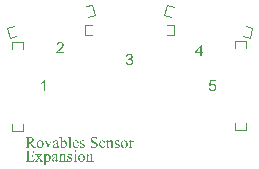
<source format=gto>
G04*
G04 #@! TF.GenerationSoftware,Altium Limited,Altium Designer,23.0.1 (38)*
G04*
G04 Layer_Color=65535*
%FSLAX25Y25*%
%MOIN*%
G70*
G04*
G04 #@! TF.SameCoordinates,C8DA3EBC-D80D-4B36-BEA7-CCC05AEA56C0*
G04*
G04*
G04 #@! TF.FilePolarity,Positive*
G04*
G01*
G75*
%ADD10C,0.00394*%
%ADD11C,0.00433*%
G36*
X333662Y163429D02*
X333566D01*
Y163434D01*
X333562Y163446D01*
Y163463D01*
X333558Y163488D01*
X333549Y163517D01*
X333545Y163554D01*
X333524Y163633D01*
X333504Y163725D01*
X333470Y163816D01*
X333433Y163912D01*
X333391Y163995D01*
Y163999D01*
X333387Y164004D01*
X333371Y164029D01*
X333341Y164070D01*
X333304Y164116D01*
X333254Y164170D01*
X333192Y164228D01*
X333121Y164282D01*
X333042Y164332D01*
X333038D01*
X333034Y164336D01*
X333021Y164345D01*
X333004Y164353D01*
X332959Y164374D01*
X332896Y164395D01*
X332826Y164420D01*
X332747Y164436D01*
X332659Y164453D01*
X332568Y164457D01*
X332543D01*
X332522Y164453D01*
X332497D01*
X332472Y164449D01*
X332410Y164436D01*
X332335Y164415D01*
X332260Y164386D01*
X332185Y164345D01*
X332114Y164286D01*
X332106Y164278D01*
X332085Y164257D01*
X332056Y164224D01*
X332027Y164178D01*
X331994Y164120D01*
X331964Y164058D01*
X331944Y163987D01*
X331940Y163945D01*
X331935Y163908D01*
Y163900D01*
Y163879D01*
X331940Y163850D01*
X331948Y163808D01*
X331964Y163762D01*
X331981Y163712D01*
X332010Y163662D01*
X332048Y163608D01*
X332052Y163604D01*
X332056Y163600D01*
X332068Y163588D01*
X332081Y163571D01*
X332106Y163554D01*
X332131Y163529D01*
X332164Y163500D01*
X332206Y163471D01*
X332256Y163434D01*
X332310Y163396D01*
X332372Y163350D01*
X332447Y163305D01*
X332526Y163255D01*
X332618Y163201D01*
X332717Y163142D01*
X332830Y163084D01*
X332834Y163080D01*
X332851Y163072D01*
X332875Y163059D01*
X332913Y163038D01*
X332950Y163018D01*
X333000Y162993D01*
X333050Y162964D01*
X333104Y162930D01*
X333217Y162864D01*
X333333Y162793D01*
X333383Y162760D01*
X333433Y162726D01*
X333479Y162697D01*
X333516Y162668D01*
X333520D01*
X333524Y162660D01*
X333545Y162643D01*
X333579Y162614D01*
X333620Y162573D01*
X333666Y162523D01*
X333712Y162469D01*
X333757Y162402D01*
X333799Y162331D01*
Y162327D01*
X333803Y162323D01*
X333816Y162298D01*
X333832Y162256D01*
X333849Y162206D01*
X333866Y162144D01*
X333882Y162077D01*
X333895Y162003D01*
X333899Y161924D01*
Y161919D01*
Y161907D01*
Y161886D01*
X333895Y161857D01*
X333891Y161820D01*
X333882Y161778D01*
X333874Y161732D01*
X333861Y161682D01*
X333845Y161628D01*
X333820Y161574D01*
X333795Y161516D01*
X333766Y161453D01*
X333728Y161395D01*
X333687Y161337D01*
X333637Y161279D01*
X333583Y161221D01*
X333579Y161216D01*
X333570Y161208D01*
X333549Y161196D01*
X333524Y161175D01*
X333495Y161154D01*
X333458Y161129D01*
X333412Y161104D01*
X333362Y161075D01*
X333308Y161050D01*
X333246Y161021D01*
X333179Y160996D01*
X333104Y160975D01*
X333029Y160954D01*
X332946Y160942D01*
X332859Y160933D01*
X332767Y160929D01*
X332713D01*
X332672Y160933D01*
X332626D01*
X332576Y160942D01*
X332472Y160954D01*
X332468D01*
X332455Y160958D01*
X332435Y160963D01*
X332401Y160975D01*
X332355Y160988D01*
X332297Y161004D01*
X332222Y161025D01*
X332181Y161038D01*
X332135Y161054D01*
X332131D01*
X332123Y161058D01*
X332110Y161062D01*
X332093Y161067D01*
X332052Y161079D01*
X331998Y161096D01*
X331940Y161112D01*
X331890Y161125D01*
X331840Y161133D01*
X331823Y161137D01*
X331794D01*
X331769Y161133D01*
X331736Y161121D01*
X331702Y161096D01*
X331698Y161087D01*
X331690Y161075D01*
X331682Y161058D01*
X331673Y161038D01*
X331665Y161008D01*
X331657Y160971D01*
X331648Y160929D01*
X331553D01*
Y162156D01*
X331648D01*
Y162152D01*
X331652Y162140D01*
X331657Y162119D01*
X331661Y162094D01*
X331669Y162061D01*
X331677Y162023D01*
X331698Y161940D01*
X331723Y161845D01*
X331752Y161749D01*
X331790Y161657D01*
X331811Y161616D01*
X331831Y161578D01*
X331836Y161570D01*
X331852Y161545D01*
X331881Y161512D01*
X331919Y161466D01*
X331969Y161416D01*
X332031Y161366D01*
X332102Y161312D01*
X332185Y161262D01*
X332189D01*
X332197Y161258D01*
X332210Y161250D01*
X332227Y161241D01*
X332252Y161233D01*
X332277Y161225D01*
X332343Y161200D01*
X332422Y161179D01*
X332509Y161158D01*
X332609Y161142D01*
X332713Y161137D01*
X332747D01*
X332767Y161142D01*
X332797D01*
X332826Y161146D01*
X332901Y161158D01*
X332984Y161179D01*
X333071Y161208D01*
X333154Y161250D01*
X333233Y161308D01*
X333237Y161312D01*
X333242Y161316D01*
X333262Y161337D01*
X333296Y161374D01*
X333333Y161424D01*
X333366Y161487D01*
X333400Y161557D01*
X333420Y161632D01*
X333429Y161678D01*
Y161720D01*
Y161724D01*
Y161745D01*
X333425Y161770D01*
X333420Y161803D01*
X333412Y161845D01*
X333396Y161890D01*
X333379Y161936D01*
X333354Y161986D01*
X333350Y161994D01*
X333341Y162011D01*
X333325Y162036D01*
X333300Y162069D01*
X333267Y162107D01*
X333229Y162152D01*
X333183Y162194D01*
X333129Y162240D01*
X333125Y162244D01*
X333104Y162256D01*
X333092Y162265D01*
X333071Y162277D01*
X333050Y162294D01*
X333021Y162310D01*
X332984Y162331D01*
X332946Y162356D01*
X332901Y162381D01*
X332846Y162414D01*
X332788Y162448D01*
X332722Y162485D01*
X332647Y162527D01*
X332563Y162573D01*
X332559Y162577D01*
X332543Y162585D01*
X332518Y162598D01*
X332489Y162614D01*
X332451Y162639D01*
X332405Y162664D01*
X332360Y162689D01*
X332310Y162722D01*
X332202Y162785D01*
X332093Y162855D01*
X331989Y162918D01*
X331948Y162951D01*
X331906Y162980D01*
X331898Y162988D01*
X331873Y163009D01*
X331840Y163038D01*
X331798Y163080D01*
X331752Y163130D01*
X331702Y163188D01*
X331657Y163251D01*
X331615Y163317D01*
Y163321D01*
X331611Y163326D01*
X331598Y163350D01*
X331582Y163388D01*
X331565Y163438D01*
X331549Y163500D01*
X331532Y163567D01*
X331519Y163646D01*
X331515Y163725D01*
Y163729D01*
Y163742D01*
Y163762D01*
X331519Y163791D01*
X331523Y163825D01*
X331532Y163862D01*
X331540Y163904D01*
X331553Y163954D01*
X331569Y164004D01*
X331586Y164058D01*
X331611Y164112D01*
X331640Y164170D01*
X331673Y164224D01*
X331715Y164282D01*
X331761Y164336D01*
X331811Y164390D01*
X331815Y164395D01*
X331823Y164403D01*
X331840Y164415D01*
X331865Y164436D01*
X331894Y164457D01*
X331927Y164478D01*
X331969Y164503D01*
X332014Y164532D01*
X332068Y164557D01*
X332123Y164582D01*
X332185Y164603D01*
X332252Y164628D01*
X332322Y164644D01*
X332401Y164657D01*
X332480Y164665D01*
X332563Y164669D01*
X332613D01*
X332638Y164665D01*
X332672Y164661D01*
X332709Y164657D01*
X332747Y164653D01*
X332838Y164636D01*
X332942Y164611D01*
X333054Y164574D01*
X333171Y164528D01*
X333179Y164524D01*
X333196Y164519D01*
X333221Y164507D01*
X333254Y164494D01*
X333325Y164474D01*
X333358Y164465D01*
X333383Y164461D01*
X333396D01*
X333420Y164465D01*
X333458Y164478D01*
X333491Y164499D01*
X333495Y164503D01*
X333500Y164507D01*
X333508Y164519D01*
X333516Y164536D01*
X333529Y164557D01*
X333541Y164590D01*
X333554Y164623D01*
X333566Y164669D01*
X333662D01*
Y163429D01*
D02*
G37*
G36*
X341025Y162677D02*
X340938D01*
Y162681D01*
X340933Y162693D01*
X340925Y162714D01*
X340921Y162739D01*
X340909Y162772D01*
X340896Y162805D01*
X340867Y162889D01*
X340829Y162976D01*
X340784Y163063D01*
X340734Y163142D01*
X340705Y163176D01*
X340675Y163205D01*
X340667Y163209D01*
X340646Y163226D01*
X340613Y163251D01*
X340567Y163276D01*
X340513Y163301D01*
X340443Y163326D01*
X340368Y163342D01*
X340280Y163346D01*
X340251D01*
X340214Y163342D01*
X340172Y163334D01*
X340126Y163321D01*
X340076Y163305D01*
X340027Y163280D01*
X339981Y163246D01*
X339977Y163242D01*
X339964Y163230D01*
X339943Y163209D01*
X339927Y163184D01*
X339906Y163151D01*
X339885Y163113D01*
X339873Y163072D01*
X339868Y163030D01*
Y163022D01*
Y163005D01*
X339873Y162976D01*
X339881Y162943D01*
X339889Y162901D01*
X339902Y162859D01*
X339923Y162818D01*
X339952Y162776D01*
X339956Y162772D01*
X339968Y162760D01*
X339989Y162735D01*
X340022Y162706D01*
X340068Y162672D01*
X340126Y162631D01*
X340197Y162589D01*
X340284Y162543D01*
X340671Y162356D01*
X340675Y162352D01*
X340696Y162344D01*
X340721Y162331D01*
X340755Y162310D01*
X340796Y162281D01*
X340842Y162252D01*
X340892Y162215D01*
X340942Y162173D01*
X340992Y162123D01*
X341037Y162073D01*
X341083Y162015D01*
X341125Y161953D01*
X341158Y161890D01*
X341183Y161820D01*
X341204Y161745D01*
X341208Y161666D01*
Y161662D01*
Y161653D01*
Y161632D01*
X341204Y161612D01*
X341200Y161582D01*
X341196Y161549D01*
X341179Y161474D01*
X341146Y161391D01*
X341129Y161345D01*
X341104Y161304D01*
X341075Y161258D01*
X341042Y161216D01*
X341004Y161175D01*
X340958Y161133D01*
X340954Y161129D01*
X340946Y161125D01*
X340933Y161117D01*
X340913Y161104D01*
X340892Y161087D01*
X340863Y161071D01*
X340829Y161054D01*
X340796Y161033D01*
X340713Y160996D01*
X340617Y160967D01*
X340509Y160942D01*
X340455Y160938D01*
X340397Y160933D01*
X340359D01*
X340339Y160938D01*
X340314D01*
X340251Y160942D01*
X340176Y160950D01*
X340093Y160967D01*
X339997Y160983D01*
X339893Y161008D01*
X339889D01*
X339881Y161012D01*
X339864Y161017D01*
X339844Y161021D01*
X339794Y161029D01*
X339748Y161033D01*
X339739D01*
X339715Y161025D01*
X339702Y161017D01*
X339685Y161008D01*
X339669Y160992D01*
X339656Y160971D01*
X339569D01*
Y161836D01*
X339656D01*
Y161832D01*
X339661Y161820D01*
X339665Y161799D01*
X339669Y161774D01*
X339681Y161745D01*
X339690Y161707D01*
X339719Y161624D01*
X339756Y161537D01*
X339802Y161441D01*
X339864Y161354D01*
X339898Y161312D01*
X339935Y161275D01*
X339939D01*
X339943Y161266D01*
X339956Y161258D01*
X339972Y161246D01*
X340014Y161216D01*
X340072Y161183D01*
X340143Y161146D01*
X340222Y161117D01*
X340309Y161096D01*
X340355Y161092D01*
X340405Y161087D01*
X340434D01*
X340468Y161092D01*
X340509Y161100D01*
X340555Y161112D01*
X340605Y161133D01*
X340655Y161158D01*
X340701Y161191D01*
X340705Y161196D01*
X340717Y161212D01*
X340738Y161233D01*
X340759Y161266D01*
X340779Y161304D01*
X340800Y161345D01*
X340813Y161395D01*
X340817Y161449D01*
Y161453D01*
Y161458D01*
Y161478D01*
X340809Y161516D01*
X340800Y161557D01*
X340784Y161603D01*
X340763Y161657D01*
X340730Y161707D01*
X340688Y161757D01*
X340684Y161761D01*
X340663Y161778D01*
X340626Y161807D01*
X340605Y161824D01*
X340576Y161845D01*
X340542Y161865D01*
X340505Y161890D01*
X340463Y161915D01*
X340418Y161940D01*
X340364Y161969D01*
X340305Y162003D01*
X340243Y162036D01*
X340172Y162069D01*
X340168Y162073D01*
X340156Y162077D01*
X340135Y162090D01*
X340110Y162102D01*
X340081Y162119D01*
X340043Y162140D01*
X339968Y162186D01*
X339881Y162240D01*
X339802Y162294D01*
X339764Y162327D01*
X339727Y162356D01*
X339698Y162385D01*
X339673Y162414D01*
X339669Y162423D01*
X339656Y162444D01*
X339635Y162473D01*
X339615Y162518D01*
X339594Y162573D01*
X339573Y162639D01*
X339561Y162714D01*
X339557Y162797D01*
Y162801D01*
Y162810D01*
Y162826D01*
X339561Y162847D01*
X339565Y162872D01*
X339569Y162901D01*
X339581Y162972D01*
X339606Y163051D01*
X339644Y163134D01*
X339665Y163176D01*
X339694Y163217D01*
X339723Y163259D01*
X339760Y163296D01*
X339764Y163301D01*
X339769Y163305D01*
X339781Y163317D01*
X339798Y163330D01*
X339819Y163342D01*
X339844Y163363D01*
X339902Y163400D01*
X339981Y163438D01*
X340068Y163467D01*
X340172Y163492D01*
X340230Y163496D01*
X340289Y163500D01*
X340314D01*
X340343Y163496D01*
X340384Y163492D01*
X340434Y163484D01*
X340493Y163475D01*
X340559Y163459D01*
X340634Y163438D01*
X340638D01*
X340655Y163434D01*
X340680Y163425D01*
X340709Y163421D01*
X340767Y163405D01*
X340792Y163400D01*
X340821D01*
X340838Y163405D01*
X340859Y163409D01*
X340879Y163417D01*
X340883Y163421D01*
X340896Y163434D01*
X340913Y163459D01*
X340925Y163479D01*
X340938Y163500D01*
X341025D01*
Y162677D01*
D02*
G37*
G36*
X329456D02*
X329369D01*
Y162681D01*
X329364Y162693D01*
X329356Y162714D01*
X329352Y162739D01*
X329340Y162772D01*
X329327Y162805D01*
X329298Y162889D01*
X329260Y162976D01*
X329215Y163063D01*
X329165Y163142D01*
X329136Y163176D01*
X329107Y163205D01*
X329098Y163209D01*
X329077Y163226D01*
X329044Y163251D01*
X328998Y163276D01*
X328944Y163301D01*
X328874Y163326D01*
X328799Y163342D01*
X328711Y163346D01*
X328682D01*
X328645Y163342D01*
X328603Y163334D01*
X328557Y163321D01*
X328507Y163305D01*
X328458Y163280D01*
X328412Y163246D01*
X328408Y163242D01*
X328395Y163230D01*
X328374Y163209D01*
X328358Y163184D01*
X328337Y163151D01*
X328316Y163113D01*
X328304Y163072D01*
X328299Y163030D01*
Y163022D01*
Y163005D01*
X328304Y162976D01*
X328312Y162943D01*
X328320Y162901D01*
X328333Y162859D01*
X328354Y162818D01*
X328383Y162776D01*
X328387Y162772D01*
X328399Y162760D01*
X328420Y162735D01*
X328453Y162706D01*
X328499Y162672D01*
X328557Y162631D01*
X328628Y162589D01*
X328715Y162543D01*
X329102Y162356D01*
X329107Y162352D01*
X329127Y162344D01*
X329152Y162331D01*
X329186Y162310D01*
X329227Y162281D01*
X329273Y162252D01*
X329323Y162215D01*
X329373Y162173D01*
X329423Y162123D01*
X329468Y162073D01*
X329514Y162015D01*
X329556Y161953D01*
X329589Y161890D01*
X329614Y161820D01*
X329635Y161745D01*
X329639Y161666D01*
Y161662D01*
Y161653D01*
Y161632D01*
X329635Y161612D01*
X329631Y161582D01*
X329627Y161549D01*
X329610Y161474D01*
X329577Y161391D01*
X329560Y161345D01*
X329535Y161304D01*
X329506Y161258D01*
X329473Y161216D01*
X329435Y161175D01*
X329389Y161133D01*
X329385Y161129D01*
X329377Y161125D01*
X329364Y161117D01*
X329344Y161104D01*
X329323Y161087D01*
X329294Y161071D01*
X329260Y161054D01*
X329227Y161033D01*
X329144Y160996D01*
X329048Y160967D01*
X328940Y160942D01*
X328886Y160938D01*
X328828Y160933D01*
X328790D01*
X328770Y160938D01*
X328745D01*
X328682Y160942D01*
X328607Y160950D01*
X328524Y160967D01*
X328429Y160983D01*
X328325Y161008D01*
X328320D01*
X328312Y161012D01*
X328295Y161017D01*
X328275Y161021D01*
X328225Y161029D01*
X328179Y161033D01*
X328171D01*
X328146Y161025D01*
X328133Y161017D01*
X328116Y161008D01*
X328100Y160992D01*
X328087Y160971D01*
X328000D01*
Y161836D01*
X328087D01*
Y161832D01*
X328092Y161820D01*
X328096Y161799D01*
X328100Y161774D01*
X328112Y161745D01*
X328121Y161707D01*
X328150Y161624D01*
X328187Y161537D01*
X328233Y161441D01*
X328295Y161354D01*
X328329Y161312D01*
X328366Y161275D01*
X328370D01*
X328374Y161266D01*
X328387Y161258D01*
X328403Y161246D01*
X328445Y161216D01*
X328503Y161183D01*
X328574Y161146D01*
X328653Y161117D01*
X328741Y161096D01*
X328786Y161092D01*
X328836Y161087D01*
X328865D01*
X328899Y161092D01*
X328940Y161100D01*
X328986Y161112D01*
X329036Y161133D01*
X329086Y161158D01*
X329132Y161191D01*
X329136Y161196D01*
X329148Y161212D01*
X329169Y161233D01*
X329190Y161266D01*
X329211Y161304D01*
X329231Y161345D01*
X329244Y161395D01*
X329248Y161449D01*
Y161453D01*
Y161458D01*
Y161478D01*
X329240Y161516D01*
X329231Y161557D01*
X329215Y161603D01*
X329194Y161657D01*
X329161Y161707D01*
X329119Y161757D01*
X329115Y161761D01*
X329094Y161778D01*
X329057Y161807D01*
X329036Y161824D01*
X329007Y161845D01*
X328973Y161865D01*
X328936Y161890D01*
X328894Y161915D01*
X328849Y161940D01*
X328795Y161969D01*
X328736Y162003D01*
X328674Y162036D01*
X328603Y162069D01*
X328599Y162073D01*
X328587Y162077D01*
X328566Y162090D01*
X328541Y162102D01*
X328512Y162119D01*
X328474Y162140D01*
X328399Y162186D01*
X328312Y162240D01*
X328233Y162294D01*
X328196Y162327D01*
X328158Y162356D01*
X328129Y162385D01*
X328104Y162414D01*
X328100Y162423D01*
X328087Y162444D01*
X328067Y162473D01*
X328046Y162518D01*
X328025Y162573D01*
X328004Y162639D01*
X327992Y162714D01*
X327988Y162797D01*
Y162801D01*
Y162810D01*
Y162826D01*
X327992Y162847D01*
X327996Y162872D01*
X328000Y162901D01*
X328012Y162972D01*
X328037Y163051D01*
X328075Y163134D01*
X328096Y163176D01*
X328125Y163217D01*
X328154Y163259D01*
X328191Y163296D01*
X328196Y163301D01*
X328200Y163305D01*
X328212Y163317D01*
X328229Y163330D01*
X328250Y163342D01*
X328275Y163363D01*
X328333Y163400D01*
X328412Y163438D01*
X328499Y163467D01*
X328603Y163492D01*
X328661Y163496D01*
X328720Y163500D01*
X328745D01*
X328774Y163496D01*
X328815Y163492D01*
X328865Y163484D01*
X328924Y163475D01*
X328990Y163459D01*
X329065Y163438D01*
X329069D01*
X329086Y163434D01*
X329111Y163425D01*
X329140Y163421D01*
X329198Y163405D01*
X329223Y163400D01*
X329252D01*
X329269Y163405D01*
X329290Y163409D01*
X329310Y163417D01*
X329315Y163421D01*
X329327Y163434D01*
X329344Y163459D01*
X329356Y163479D01*
X329369Y163500D01*
X329456D01*
Y162677D01*
D02*
G37*
G36*
X338342Y163496D02*
X338387Y163488D01*
X338442Y163475D01*
X338500Y163459D01*
X338558Y163434D01*
X338612Y163400D01*
X338620Y163396D01*
X338637Y163380D01*
X338662Y163359D01*
X338695Y163321D01*
X338729Y163276D01*
X338770Y163222D01*
X338808Y163151D01*
X338841Y163072D01*
X338845Y163063D01*
X338849Y163043D01*
X338858Y163005D01*
X338870Y162951D01*
X338883Y162884D01*
X338891Y162801D01*
X338895Y162701D01*
X338899Y162585D01*
Y161553D01*
Y161549D01*
Y161545D01*
Y161532D01*
Y161516D01*
Y161478D01*
X338903Y161428D01*
X338908Y161379D01*
X338912Y161325D01*
X338920Y161279D01*
X338932Y161241D01*
Y161237D01*
X338937Y161229D01*
X338957Y161204D01*
X338987Y161171D01*
X339028Y161137D01*
X339032D01*
X339041Y161133D01*
X339057Y161129D01*
X339082Y161121D01*
X339116Y161117D01*
X339157Y161108D01*
X339207Y161104D01*
X339269D01*
Y161008D01*
X338071D01*
Y161104D01*
X338150D01*
X338179Y161108D01*
X338213Y161112D01*
X338292Y161125D01*
X338325Y161137D01*
X338354Y161154D01*
X338358Y161158D01*
X338367Y161162D01*
X338379Y161175D01*
X338392Y161191D01*
X338408Y161212D01*
X338425Y161237D01*
X338437Y161270D01*
X338450Y161304D01*
Y161308D01*
X338454Y161312D01*
Y161329D01*
X338458Y161349D01*
Y161383D01*
X338462Y161428D01*
Y161483D01*
Y161553D01*
Y162548D01*
Y162552D01*
Y162560D01*
Y162581D01*
Y162602D01*
X338458Y162627D01*
Y162660D01*
X338450Y162731D01*
X338442Y162810D01*
X338425Y162889D01*
X338404Y162964D01*
X338392Y162997D01*
X338375Y163026D01*
X338371Y163034D01*
X338358Y163051D01*
X338338Y163076D01*
X338309Y163105D01*
X338267Y163130D01*
X338217Y163155D01*
X338159Y163172D01*
X338088Y163180D01*
X338075D01*
X338059Y163176D01*
X338034D01*
X338005Y163167D01*
X337971Y163163D01*
X337934Y163151D01*
X337893Y163138D01*
X337847Y163118D01*
X337797Y163097D01*
X337747Y163068D01*
X337693Y163034D01*
X337635Y162997D01*
X337580Y162947D01*
X337522Y162897D01*
X337464Y162835D01*
Y161553D01*
Y161549D01*
Y161541D01*
Y161528D01*
Y161516D01*
Y161474D01*
X337468Y161424D01*
X337472Y161370D01*
X337476Y161320D01*
X337485Y161279D01*
X337489Y161262D01*
X337493Y161250D01*
Y161246D01*
X337501Y161237D01*
X337506Y161225D01*
X337518Y161208D01*
X337551Y161171D01*
X337593Y161137D01*
X337597D01*
X337605Y161133D01*
X337626Y161129D01*
X337651Y161121D01*
X337689Y161117D01*
X337734Y161108D01*
X337793Y161104D01*
X337859D01*
Y161008D01*
X336661D01*
Y161104D01*
X336740D01*
X336773Y161108D01*
X336811Y161117D01*
X336853Y161125D01*
X336894Y161142D01*
X336931Y161166D01*
X336961Y161196D01*
X336965Y161200D01*
X336973Y161212D01*
X336981Y161237D01*
X336994Y161275D01*
X337006Y161325D01*
X337019Y161387D01*
X337023Y161462D01*
X337027Y161553D01*
Y162456D01*
Y162460D01*
Y162477D01*
Y162498D01*
Y162527D01*
Y162560D01*
Y162598D01*
X337023Y162685D01*
Y162776D01*
X337019Y162859D01*
X337015Y162901D01*
Y162934D01*
X337011Y162964D01*
X337006Y162984D01*
Y162988D01*
X337002Y163001D01*
X336998Y163018D01*
X336990Y163038D01*
X336973Y163080D01*
X336961Y163097D01*
X336944Y163113D01*
X336936Y163118D01*
X336915Y163130D01*
X336882Y163142D01*
X336836Y163147D01*
X336807D01*
X336786Y163142D01*
X336761Y163138D01*
X336728Y163130D01*
X336657Y163109D01*
X336619Y163205D01*
X337348Y163500D01*
X337464D01*
Y162988D01*
X337468Y162993D01*
X337485Y163009D01*
X337506Y163034D01*
X337535Y163068D01*
X337572Y163109D01*
X337618Y163151D01*
X337668Y163197D01*
X337726Y163246D01*
X337784Y163292D01*
X337847Y163338D01*
X337913Y163384D01*
X337984Y163421D01*
X338055Y163454D01*
X338125Y163479D01*
X338200Y163496D01*
X338271Y163500D01*
X338304D01*
X338342Y163496D01*
D02*
G37*
G36*
X345651D02*
X345684Y163488D01*
X345726Y163479D01*
X345763Y163463D01*
X345805Y163438D01*
X345842Y163409D01*
X345846Y163405D01*
X345859Y163392D01*
X345871Y163375D01*
X345892Y163350D01*
X345909Y163321D01*
X345921Y163288D01*
X345934Y163246D01*
X345938Y163205D01*
Y163201D01*
Y163188D01*
X345934Y163172D01*
X345930Y163147D01*
X345921Y163118D01*
X345909Y163093D01*
X345892Y163063D01*
X345867Y163034D01*
X345863Y163030D01*
X345855Y163022D01*
X345842Y163014D01*
X345821Y163001D01*
X345796Y162984D01*
X345772Y162976D01*
X345738Y162968D01*
X345705Y162964D01*
X345688D01*
X345672Y162968D01*
X345647Y162976D01*
X345613Y162984D01*
X345580Y163001D01*
X345539Y163022D01*
X345497Y163051D01*
X345493Y163055D01*
X345480Y163063D01*
X345460Y163080D01*
X345435Y163097D01*
X345405Y163113D01*
X345376Y163130D01*
X345351Y163138D01*
X345326Y163142D01*
X345318D01*
X345297Y163134D01*
X345264Y163122D01*
X345243Y163105D01*
X345222Y163088D01*
X345218Y163084D01*
X345202Y163068D01*
X345181Y163043D01*
X345147Y163005D01*
X345114Y162955D01*
X345073Y162893D01*
X345027Y162822D01*
X344981Y162735D01*
Y161574D01*
Y161570D01*
Y161566D01*
Y161541D01*
X344985Y161503D01*
X344989Y161458D01*
X344994Y161408D01*
X345002Y161358D01*
X345014Y161308D01*
X345031Y161266D01*
Y161262D01*
X345039Y161254D01*
X345048Y161241D01*
X345060Y161225D01*
X345077Y161208D01*
X345098Y161187D01*
X345123Y161166D01*
X345152Y161150D01*
X345156D01*
X345168Y161142D01*
X345189Y161137D01*
X345218Y161129D01*
X345251Y161121D01*
X345297Y161112D01*
X345347Y161108D01*
X345405Y161104D01*
Y161008D01*
X344166D01*
Y161104D01*
X344195D01*
X344228Y161108D01*
X344270Y161112D01*
X344357Y161129D01*
X344399Y161142D01*
X344436Y161158D01*
X344440Y161162D01*
X344449Y161166D01*
X344457Y161179D01*
X344474Y161191D01*
X344486Y161212D01*
X344503Y161237D01*
X344515Y161262D01*
X344528Y161295D01*
Y161300D01*
X344532Y161308D01*
Y161320D01*
X344536Y161345D01*
X344540Y161379D01*
Y161424D01*
X344544Y161483D01*
Y161553D01*
Y162494D01*
Y162498D01*
Y162510D01*
Y162531D01*
Y162560D01*
Y162593D01*
Y162631D01*
X344540Y162714D01*
Y162801D01*
X344536Y162880D01*
X344532Y162918D01*
Y162947D01*
X344528Y162976D01*
X344524Y162993D01*
Y162997D01*
X344519Y163005D01*
X344515Y163022D01*
X344511Y163038D01*
X344490Y163076D01*
X344461Y163109D01*
X344453Y163113D01*
X344428Y163130D01*
X344395Y163142D01*
X344345Y163147D01*
X344316D01*
X344291Y163142D01*
X344266Y163138D01*
X344232Y163130D01*
X344162Y163109D01*
X344137Y163205D01*
X344869Y163500D01*
X344981D01*
Y162955D01*
X344985Y162964D01*
X344994Y162980D01*
X345010Y163005D01*
X345031Y163043D01*
X345060Y163080D01*
X345093Y163126D01*
X345131Y163176D01*
X345173Y163230D01*
X345264Y163330D01*
X345314Y163375D01*
X345368Y163417D01*
X345426Y163450D01*
X345484Y163475D01*
X345543Y163496D01*
X345601Y163500D01*
X345626D01*
X345651Y163496D01*
D02*
G37*
G36*
X318665Y163334D02*
X318661D01*
X318644Y163330D01*
X318619D01*
X318590Y163321D01*
X318528Y163305D01*
X318499Y163292D01*
X318474Y163276D01*
X318469Y163271D01*
X318457Y163259D01*
X318440Y163242D01*
X318420Y163213D01*
X318395Y163176D01*
X318365Y163130D01*
X318336Y163076D01*
X318307Y163009D01*
X317454Y160933D01*
X317346D01*
X316485Y162972D01*
X316481Y162980D01*
X316477Y162997D01*
X316464Y163022D01*
X316448Y163051D01*
X316414Y163122D01*
X316394Y163155D01*
X316373Y163180D01*
X316369Y163184D01*
X316365Y163192D01*
X316352Y163201D01*
X316335Y163217D01*
X316294Y163251D01*
X316240Y163288D01*
X316235D01*
X316231Y163292D01*
X316219Y163296D01*
X316202Y163301D01*
X316177Y163309D01*
X316144Y163317D01*
X316107Y163326D01*
X316061Y163334D01*
Y163429D01*
X317196D01*
Y163334D01*
X317105D01*
X317084Y163330D01*
X317063Y163326D01*
X317009Y163313D01*
X316984Y163296D01*
X316964Y163280D01*
X316959Y163276D01*
X316955Y163271D01*
X316947Y163259D01*
X316939Y163246D01*
X316918Y163201D01*
X316914Y163176D01*
X316909Y163147D01*
Y163142D01*
Y163130D01*
X316914Y163109D01*
X316918Y163084D01*
X316922Y163051D01*
X316934Y163014D01*
X316947Y162972D01*
X316968Y162926D01*
X317529Y161591D01*
X318095Y162976D01*
X318099Y162984D01*
X318103Y163001D01*
X318112Y163026D01*
X318124Y163059D01*
X318145Y163134D01*
X318149Y163172D01*
X318153Y163201D01*
Y163209D01*
X318149Y163222D01*
X318145Y163242D01*
X318132Y163263D01*
X318128Y163271D01*
X318112Y163284D01*
X318087Y163305D01*
X318058Y163317D01*
X318053D01*
X318049Y163321D01*
X318037D01*
X318016Y163326D01*
X317991Y163330D01*
X317962D01*
X317920Y163334D01*
X317875D01*
Y163429D01*
X318665D01*
Y163334D01*
D02*
G37*
G36*
X324826Y161553D02*
Y161549D01*
Y161545D01*
Y161532D01*
Y161516D01*
Y161478D01*
X324830Y161428D01*
X324834Y161379D01*
X324838Y161329D01*
X324847Y161283D01*
X324855Y161250D01*
Y161246D01*
X324863Y161237D01*
X324868Y161225D01*
X324880Y161208D01*
X324913Y161175D01*
X324955Y161142D01*
X324959D01*
X324967Y161137D01*
X324988Y161129D01*
X325013Y161125D01*
X325051Y161117D01*
X325096Y161108D01*
X325150Y161104D01*
X325217D01*
Y161008D01*
X324031D01*
Y161104D01*
X324085D01*
X324123Y161108D01*
X324198Y161117D01*
X324231Y161125D01*
X324256Y161137D01*
X324260D01*
X324269Y161146D01*
X324293Y161162D01*
X324323Y161200D01*
X324339Y161221D01*
X324352Y161250D01*
Y161254D01*
X324356Y161266D01*
X324364Y161287D01*
X324373Y161316D01*
X324377Y161358D01*
X324385Y161412D01*
X324389Y161474D01*
Y161553D01*
Y163754D01*
Y163758D01*
Y163771D01*
Y163791D01*
Y163821D01*
Y163850D01*
Y163887D01*
X324385Y163966D01*
Y164053D01*
X324381Y164132D01*
X324377Y164170D01*
Y164203D01*
X324373Y164228D01*
X324368Y164249D01*
Y164253D01*
X324364Y164266D01*
X324360Y164282D01*
X324356Y164303D01*
X324335Y164345D01*
X324327Y164361D01*
X324310Y164378D01*
X324302Y164382D01*
X324281Y164399D01*
X324248Y164411D01*
X324206Y164415D01*
X324181D01*
X324160Y164411D01*
X324135Y164407D01*
X324106Y164399D01*
X324069Y164386D01*
X324031Y164374D01*
X323990Y164470D01*
X324705Y164765D01*
X324826D01*
Y161553D01*
D02*
G37*
G36*
X311244Y164586D02*
X311298D01*
X311356Y164582D01*
X311422D01*
X311560Y164569D01*
X311697Y164557D01*
X311764Y164544D01*
X311830Y164536D01*
X311888Y164524D01*
X311942Y164507D01*
X311947D01*
X311955Y164503D01*
X311967Y164499D01*
X311988Y164490D01*
X312009Y164482D01*
X312038Y164470D01*
X312101Y164436D01*
X312171Y164395D01*
X312250Y164340D01*
X312325Y164278D01*
X312400Y164199D01*
X312404Y164195D01*
X312408Y164191D01*
X312417Y164178D01*
X312429Y164157D01*
X312446Y164137D01*
X312462Y164112D01*
X312496Y164049D01*
X312529Y163970D01*
X312562Y163879D01*
X312583Y163779D01*
X312591Y163725D01*
Y163667D01*
Y163662D01*
Y163654D01*
Y163633D01*
X312587Y163612D01*
X312583Y163583D01*
X312579Y163550D01*
X312566Y163471D01*
X312537Y163384D01*
X312500Y163284D01*
X312475Y163238D01*
X312446Y163188D01*
X312413Y163138D01*
X312375Y163093D01*
X312371Y163088D01*
X312367Y163080D01*
X312354Y163072D01*
X312333Y163055D01*
X312313Y163034D01*
X312283Y163009D01*
X312250Y162984D01*
X312209Y162959D01*
X312167Y162930D01*
X312117Y162905D01*
X312063Y162876D01*
X312001Y162847D01*
X311934Y162822D01*
X311863Y162793D01*
X311789Y162772D01*
X311705Y162751D01*
X312450Y161724D01*
X312454Y161720D01*
X312462Y161707D01*
X312475Y161691D01*
X312491Y161666D01*
X312512Y161636D01*
X312541Y161603D01*
X312600Y161532D01*
X312666Y161449D01*
X312741Y161374D01*
X312812Y161304D01*
X312849Y161275D01*
X312883Y161250D01*
X312887D01*
X312891Y161246D01*
X312916Y161233D01*
X312957Y161212D01*
X313012Y161187D01*
X313078Y161162D01*
X313161Y161137D01*
X313257Y161121D01*
X313361Y161104D01*
Y161008D01*
X312404D01*
X311189Y162685D01*
X311169D01*
X311144Y162681D01*
X311115D01*
X311044Y162677D01*
X310890D01*
X310873Y162681D01*
X310848D01*
X310819Y162685D01*
Y161641D01*
Y161636D01*
Y161624D01*
Y161607D01*
Y161587D01*
X310823Y161557D01*
Y161528D01*
X310827Y161462D01*
X310836Y161387D01*
X310848Y161316D01*
X310857Y161287D01*
X310865Y161258D01*
X310877Y161233D01*
X310890Y161216D01*
X310894Y161212D01*
X310911Y161200D01*
X310931Y161179D01*
X310965Y161162D01*
X311006Y161142D01*
X311061Y161121D01*
X311119Y161108D01*
X311189Y161104D01*
X311331D01*
Y161008D01*
X309800D01*
Y161104D01*
X309954D01*
X309971Y161108D01*
X310008Y161112D01*
X310058Y161121D01*
X310112Y161142D01*
X310162Y161166D01*
X310212Y161200D01*
X310253Y161250D01*
X310258Y161254D01*
X310262Y161266D01*
X310270Y161291D01*
X310283Y161329D01*
X310295Y161383D01*
X310299Y161412D01*
X310303Y161449D01*
X310308Y161491D01*
Y161537D01*
X310312Y161587D01*
Y161641D01*
Y163958D01*
Y163962D01*
Y163974D01*
Y163991D01*
Y164012D01*
X310308Y164037D01*
Y164070D01*
X310303Y164137D01*
X310295Y164207D01*
X310278Y164278D01*
X310270Y164307D01*
X310262Y164336D01*
X310249Y164361D01*
X310237Y164378D01*
X310233Y164382D01*
X310216Y164395D01*
X310195Y164415D01*
X310162Y164436D01*
X310116Y164457D01*
X310066Y164478D01*
X310004Y164490D01*
X309933Y164494D01*
X309800D01*
Y164590D01*
X311194D01*
X311244Y164586D01*
D02*
G37*
G36*
X319963Y163496D02*
X319996D01*
X320071Y163488D01*
X320154Y163471D01*
X320242Y163454D01*
X320329Y163425D01*
X320412Y163388D01*
X320421Y163384D01*
X320437Y163371D01*
X320466Y163355D01*
X320499Y163326D01*
X320537Y163292D01*
X320574Y163246D01*
X320612Y163197D01*
X320641Y163134D01*
X320645Y163130D01*
X320649Y163109D01*
X320658Y163080D01*
X320666Y163034D01*
X320670Y163005D01*
X320674Y162972D01*
X320678Y162934D01*
X320683Y162889D01*
X320687Y162843D01*
X320691Y162789D01*
Y162731D01*
Y162668D01*
Y161849D01*
Y161845D01*
Y161832D01*
Y161815D01*
Y161795D01*
Y161766D01*
Y161736D01*
Y161666D01*
X320695Y161595D01*
Y161524D01*
X320699Y161491D01*
Y161466D01*
X320703Y161441D01*
Y161424D01*
Y161420D01*
X320708Y161412D01*
Y161399D01*
X320712Y161383D01*
X320728Y161345D01*
X320737Y161333D01*
X320745Y161320D01*
X320749Y161316D01*
X320766Y161308D01*
X320791Y161300D01*
X320816Y161295D01*
X320824D01*
X320841Y161300D01*
X320866Y161304D01*
X320891Y161312D01*
X320895D01*
X320903Y161320D01*
X320916Y161333D01*
X320936Y161349D01*
X320965Y161374D01*
X321003Y161408D01*
X321053Y161453D01*
X321107Y161507D01*
Y161358D01*
X321103Y161354D01*
X321094Y161341D01*
X321078Y161320D01*
X321057Y161295D01*
X321028Y161266D01*
X320999Y161233D01*
X320924Y161162D01*
X320836Y161087D01*
X320791Y161054D01*
X320741Y161025D01*
X320691Y161000D01*
X320641Y160979D01*
X320587Y160967D01*
X320537Y160963D01*
X320516D01*
X320491Y160967D01*
X320462Y160975D01*
X320429Y160983D01*
X320395Y161000D01*
X320362Y161021D01*
X320329Y161050D01*
X320325Y161054D01*
X320317Y161067D01*
X320304Y161092D01*
X320291Y161125D01*
X320279Y161166D01*
X320267Y161221D01*
X320258Y161283D01*
X320254Y161358D01*
X320250Y161354D01*
X320237Y161345D01*
X320221Y161329D01*
X320196Y161312D01*
X320163Y161287D01*
X320129Y161262D01*
X320054Y161208D01*
X319975Y161146D01*
X319896Y161092D01*
X319863Y161071D01*
X319830Y161050D01*
X319805Y161033D01*
X319784Y161021D01*
X319776Y161017D01*
X319759Y161012D01*
X319730Y161000D01*
X319692Y160992D01*
X319651Y160979D01*
X319597Y160967D01*
X319543Y160963D01*
X319484Y160958D01*
X319460D01*
X319443Y160963D01*
X319397Y160967D01*
X319339Y160979D01*
X319272Y161000D01*
X319202Y161029D01*
X319135Y161071D01*
X319069Y161129D01*
X319060Y161137D01*
X319043Y161158D01*
X319019Y161200D01*
X318989Y161250D01*
X318960Y161312D01*
X318935Y161391D01*
X318919Y161478D01*
X318910Y161578D01*
Y161582D01*
Y161587D01*
Y161607D01*
X318915Y161641D01*
X318919Y161682D01*
X318931Y161732D01*
X318944Y161782D01*
X318965Y161836D01*
X318989Y161886D01*
Y161890D01*
X318994Y161894D01*
X319010Y161915D01*
X319035Y161953D01*
X319077Y161994D01*
X319127Y162048D01*
X319189Y162102D01*
X319268Y162165D01*
X319360Y162223D01*
X319364D01*
X319372Y162231D01*
X319389Y162240D01*
X319414Y162252D01*
X319443Y162269D01*
X319480Y162285D01*
X319522Y162306D01*
X319572Y162331D01*
X319630Y162356D01*
X319697Y162385D01*
X319772Y162419D01*
X319851Y162452D01*
X319938Y162489D01*
X320038Y162527D01*
X320142Y162568D01*
X320254Y162610D01*
Y162701D01*
Y162706D01*
Y162718D01*
Y162735D01*
Y162760D01*
X320250Y162789D01*
Y162826D01*
X320242Y162901D01*
X320225Y162984D01*
X320204Y163068D01*
X320175Y163142D01*
X320158Y163172D01*
X320138Y163201D01*
X320133Y163205D01*
X320117Y163222D01*
X320092Y163242D01*
X320054Y163271D01*
X320009Y163296D01*
X319950Y163317D01*
X319884Y163334D01*
X319805Y163338D01*
X319780D01*
X319747Y163334D01*
X319713Y163326D01*
X319672Y163317D01*
X319626Y163301D01*
X319584Y163276D01*
X319543Y163246D01*
X319539Y163242D01*
X319526Y163230D01*
X319509Y163213D01*
X319493Y163188D01*
X319476Y163155D01*
X319460Y163122D01*
X319447Y163080D01*
X319443Y163038D01*
X319451Y162889D01*
Y162884D01*
Y162868D01*
X319447Y162847D01*
X319443Y162818D01*
X319435Y162789D01*
X319422Y162756D01*
X319405Y162726D01*
X319385Y162697D01*
X319380Y162693D01*
X319372Y162689D01*
X319360Y162677D01*
X319343Y162668D01*
X319318Y162656D01*
X319289Y162643D01*
X319260Y162639D01*
X319222Y162635D01*
X319206D01*
X319189Y162639D01*
X319168Y162643D01*
X319143Y162652D01*
X319114Y162664D01*
X319089Y162681D01*
X319064Y162701D01*
X319060Y162706D01*
X319056Y162714D01*
X319043Y162731D01*
X319035Y162751D01*
X319023Y162776D01*
X319010Y162810D01*
X319006Y162847D01*
X319002Y162889D01*
Y162893D01*
Y162897D01*
Y162909D01*
X319006Y162926D01*
X319014Y162972D01*
X319031Y163026D01*
X319056Y163093D01*
X319098Y163163D01*
X319127Y163201D01*
X319156Y163234D01*
X319189Y163271D01*
X319231Y163309D01*
X319235Y163313D01*
X319243Y163317D01*
X319256Y163326D01*
X319272Y163338D01*
X319297Y163355D01*
X319326Y163371D01*
X319360Y163388D01*
X319401Y163405D01*
X319443Y163421D01*
X319493Y163438D01*
X319547Y163454D01*
X319605Y163471D01*
X319668Y163484D01*
X319734Y163492D01*
X319809Y163500D01*
X319938D01*
X319963Y163496D01*
D02*
G37*
G36*
X342810D02*
X342847Y163492D01*
X342893Y163488D01*
X342947Y163479D01*
X343005Y163467D01*
X343072Y163446D01*
X343142Y163425D01*
X343213Y163396D01*
X343284Y163363D01*
X343359Y163321D01*
X343434Y163276D01*
X343504Y163217D01*
X343571Y163155D01*
X343637Y163080D01*
X343642Y163076D01*
X343650Y163063D01*
X343662Y163043D01*
X343683Y163018D01*
X343704Y162984D01*
X343729Y162943D01*
X343754Y162897D01*
X343779Y162843D01*
X343804Y162785D01*
X343833Y162722D01*
X343854Y162656D01*
X343875Y162585D01*
X343895Y162506D01*
X343908Y162427D01*
X343916Y162348D01*
X343920Y162260D01*
Y162256D01*
Y162248D01*
Y162227D01*
X343916Y162206D01*
Y162173D01*
X343912Y162140D01*
X343908Y162102D01*
X343899Y162057D01*
X343883Y161957D01*
X343854Y161845D01*
X343816Y161728D01*
X343762Y161603D01*
Y161599D01*
X343754Y161591D01*
X343746Y161570D01*
X343733Y161549D01*
X343717Y161520D01*
X343700Y161491D01*
X343650Y161416D01*
X343592Y161333D01*
X343517Y161250D01*
X343429Y161171D01*
X343334Y161100D01*
X343330D01*
X343321Y161092D01*
X343305Y161083D01*
X343284Y161075D01*
X343259Y161062D01*
X343230Y161046D01*
X343192Y161033D01*
X343155Y161017D01*
X343063Y160988D01*
X342964Y160958D01*
X342847Y160942D01*
X342726Y160933D01*
X342701D01*
X342672Y160938D01*
X342635Y160942D01*
X342589Y160946D01*
X342535Y160958D01*
X342477Y160971D01*
X342410Y160988D01*
X342344Y161012D01*
X342273Y161038D01*
X342202Y161075D01*
X342127Y161117D01*
X342057Y161166D01*
X341986Y161225D01*
X341919Y161291D01*
X341857Y161366D01*
X341853Y161370D01*
X341845Y161383D01*
X341832Y161404D01*
X341815Y161433D01*
X341795Y161466D01*
X341770Y161507D01*
X341749Y161553D01*
X341724Y161607D01*
X341695Y161666D01*
X341674Y161732D01*
X341649Y161799D01*
X341628Y161874D01*
X341612Y161949D01*
X341599Y162028D01*
X341591Y162111D01*
X341587Y162194D01*
Y162198D01*
Y162211D01*
Y162227D01*
X341591Y162252D01*
Y162281D01*
X341595Y162319D01*
X341599Y162356D01*
X341607Y162402D01*
X341628Y162502D01*
X341653Y162614D01*
X341695Y162735D01*
X341749Y162855D01*
Y162859D01*
X341757Y162872D01*
X341765Y162889D01*
X341778Y162909D01*
X341795Y162939D01*
X341815Y162968D01*
X341865Y163038D01*
X341928Y163118D01*
X342003Y163201D01*
X342086Y163276D01*
X342181Y163342D01*
X342186D01*
X342194Y163350D01*
X342211Y163359D01*
X342227Y163367D01*
X342252Y163380D01*
X342281Y163392D01*
X342319Y163405D01*
X342356Y163421D01*
X342439Y163450D01*
X342539Y163475D01*
X342643Y163492D01*
X342756Y163500D01*
X342780D01*
X342810Y163496D01*
D02*
G37*
G36*
X335571D02*
X335609Y163492D01*
X335646Y163488D01*
X335692Y163479D01*
X335742Y163467D01*
X335846Y163434D01*
X335904Y163413D01*
X335958Y163388D01*
X336016Y163355D01*
X336070Y163317D01*
X336124Y163276D01*
X336174Y163230D01*
X336179Y163226D01*
X336187Y163217D01*
X336199Y163201D01*
X336216Y163180D01*
X336237Y163155D01*
X336258Y163122D01*
X336283Y163084D01*
X336308Y163043D01*
X336328Y162993D01*
X336353Y162939D01*
X336374Y162880D01*
X336395Y162814D01*
X336411Y162747D01*
X336424Y162672D01*
X336432Y162598D01*
X336437Y162514D01*
X334764D01*
Y162510D01*
Y162489D01*
Y162464D01*
X334768Y162427D01*
X334772Y162381D01*
X334777Y162327D01*
X334785Y162269D01*
X334793Y162206D01*
X334827Y162069D01*
X334847Y161998D01*
X334872Y161928D01*
X334901Y161857D01*
X334935Y161790D01*
X334976Y161728D01*
X335022Y161666D01*
X335026Y161662D01*
X335035Y161653D01*
X335047Y161636D01*
X335068Y161620D01*
X335093Y161595D01*
X335126Y161570D01*
X335159Y161541D01*
X335201Y161516D01*
X335293Y161458D01*
X335397Y161408D01*
X335455Y161391D01*
X335513Y161374D01*
X335575Y161366D01*
X335642Y161362D01*
X335667D01*
X335683Y161366D01*
X335729Y161370D01*
X335783Y161379D01*
X335850Y161395D01*
X335921Y161416D01*
X335991Y161449D01*
X336058Y161491D01*
X336066Y161499D01*
X336087Y161516D01*
X336120Y161549D01*
X336162Y161595D01*
X336208Y161657D01*
X336258Y161736D01*
X336283Y161778D01*
X336308Y161828D01*
X336328Y161882D01*
X336353Y161940D01*
X336437Y161886D01*
Y161882D01*
X336432Y161870D01*
X336428Y161853D01*
X336424Y161824D01*
X336416Y161795D01*
X336403Y161757D01*
X336391Y161716D01*
X336374Y161670D01*
X336333Y161566D01*
X336274Y161458D01*
X336241Y161399D01*
X336204Y161341D01*
X336158Y161287D01*
X336112Y161229D01*
X336108Y161225D01*
X336100Y161216D01*
X336083Y161200D01*
X336066Y161183D01*
X336037Y161162D01*
X336008Y161137D01*
X335971Y161108D01*
X335929Y161083D01*
X335883Y161054D01*
X335833Y161025D01*
X335775Y161000D01*
X335717Y160979D01*
X335654Y160963D01*
X335588Y160946D01*
X335517Y160938D01*
X335442Y160933D01*
X335421D01*
X335401Y160938D01*
X335371D01*
X335334Y160946D01*
X335288Y160950D01*
X335238Y160963D01*
X335189Y160975D01*
X335130Y160992D01*
X335072Y161017D01*
X335010Y161042D01*
X334947Y161075D01*
X334881Y161112D01*
X334818Y161158D01*
X334756Y161212D01*
X334698Y161270D01*
X334693Y161275D01*
X334685Y161287D01*
X334668Y161308D01*
X334648Y161333D01*
X334627Y161366D01*
X334602Y161408D01*
X334573Y161458D01*
X334544Y161512D01*
X334515Y161574D01*
X334485Y161645D01*
X334460Y161720D01*
X334440Y161799D01*
X334419Y161886D01*
X334402Y161978D01*
X334394Y162077D01*
X334390Y162181D01*
Y162190D01*
Y162211D01*
X334394Y162240D01*
Y162285D01*
X334398Y162335D01*
X334406Y162398D01*
X334415Y162464D01*
X334431Y162535D01*
X334448Y162614D01*
X334469Y162693D01*
X334494Y162772D01*
X334523Y162855D01*
X334560Y162934D01*
X334602Y163009D01*
X334652Y163084D01*
X334706Y163151D01*
X334710Y163155D01*
X334723Y163167D01*
X334739Y163184D01*
X334764Y163205D01*
X334793Y163234D01*
X334831Y163263D01*
X334876Y163292D01*
X334926Y163326D01*
X334981Y163359D01*
X335043Y163388D01*
X335109Y163421D01*
X335180Y163446D01*
X335255Y163467D01*
X335334Y163484D01*
X335417Y163496D01*
X335505Y163500D01*
X335542D01*
X335571Y163496D01*
D02*
G37*
G36*
X326706D02*
X326744Y163492D01*
X326781Y163488D01*
X326827Y163479D01*
X326877Y163467D01*
X326981Y163434D01*
X327039Y163413D01*
X327093Y163388D01*
X327151Y163355D01*
X327205Y163317D01*
X327259Y163276D01*
X327309Y163230D01*
X327314Y163226D01*
X327322Y163217D01*
X327334Y163201D01*
X327351Y163180D01*
X327372Y163155D01*
X327393Y163122D01*
X327418Y163084D01*
X327443Y163043D01*
X327463Y162993D01*
X327488Y162939D01*
X327509Y162880D01*
X327530Y162814D01*
X327547Y162747D01*
X327559Y162672D01*
X327567Y162598D01*
X327572Y162514D01*
X325899D01*
Y162510D01*
Y162489D01*
Y162464D01*
X325903Y162427D01*
X325907Y162381D01*
X325912Y162327D01*
X325920Y162269D01*
X325928Y162206D01*
X325962Y162069D01*
X325982Y161998D01*
X326007Y161928D01*
X326037Y161857D01*
X326070Y161790D01*
X326111Y161728D01*
X326157Y161666D01*
X326161Y161662D01*
X326170Y161653D01*
X326182Y161636D01*
X326203Y161620D01*
X326228Y161595D01*
X326261Y161570D01*
X326294Y161541D01*
X326336Y161516D01*
X326428Y161458D01*
X326532Y161408D01*
X326590Y161391D01*
X326648Y161374D01*
X326710Y161366D01*
X326777Y161362D01*
X326802D01*
X326819Y161366D01*
X326864Y161370D01*
X326918Y161379D01*
X326985Y161395D01*
X327056Y161416D01*
X327126Y161449D01*
X327193Y161491D01*
X327201Y161499D01*
X327222Y161516D01*
X327255Y161549D01*
X327297Y161595D01*
X327343Y161657D01*
X327393Y161736D01*
X327418Y161778D01*
X327443Y161828D01*
X327463Y161882D01*
X327488Y161940D01*
X327572Y161886D01*
Y161882D01*
X327567Y161870D01*
X327563Y161853D01*
X327559Y161824D01*
X327551Y161795D01*
X327538Y161757D01*
X327526Y161716D01*
X327509Y161670D01*
X327467Y161566D01*
X327409Y161458D01*
X327376Y161399D01*
X327339Y161341D01*
X327293Y161287D01*
X327247Y161229D01*
X327243Y161225D01*
X327235Y161216D01*
X327218Y161200D01*
X327201Y161183D01*
X327172Y161162D01*
X327143Y161137D01*
X327106Y161108D01*
X327064Y161083D01*
X327018Y161054D01*
X326968Y161025D01*
X326910Y161000D01*
X326852Y160979D01*
X326789Y160963D01*
X326723Y160946D01*
X326652Y160938D01*
X326577Y160933D01*
X326556D01*
X326536Y160938D01*
X326507D01*
X326469Y160946D01*
X326423Y160950D01*
X326373Y160963D01*
X326324Y160975D01*
X326265Y160992D01*
X326207Y161017D01*
X326145Y161042D01*
X326082Y161075D01*
X326016Y161112D01*
X325953Y161158D01*
X325891Y161212D01*
X325833Y161270D01*
X325829Y161275D01*
X325820Y161287D01*
X325803Y161308D01*
X325783Y161333D01*
X325762Y161366D01*
X325737Y161408D01*
X325708Y161458D01*
X325679Y161512D01*
X325650Y161574D01*
X325621Y161645D01*
X325595Y161720D01*
X325575Y161799D01*
X325554Y161886D01*
X325537Y161978D01*
X325529Y162077D01*
X325525Y162181D01*
Y162190D01*
Y162211D01*
X325529Y162240D01*
Y162285D01*
X325533Y162335D01*
X325541Y162398D01*
X325550Y162464D01*
X325566Y162535D01*
X325583Y162614D01*
X325604Y162693D01*
X325629Y162772D01*
X325658Y162855D01*
X325695Y162934D01*
X325737Y163009D01*
X325787Y163084D01*
X325841Y163151D01*
X325845Y163155D01*
X325858Y163167D01*
X325874Y163184D01*
X325899Y163205D01*
X325928Y163234D01*
X325966Y163263D01*
X326011Y163292D01*
X326061Y163326D01*
X326115Y163359D01*
X326178Y163388D01*
X326244Y163421D01*
X326315Y163446D01*
X326390Y163467D01*
X326469Y163484D01*
X326552Y163496D01*
X326640Y163500D01*
X326677D01*
X326706Y163496D01*
D02*
G37*
G36*
X321951Y163005D02*
X321955Y163009D01*
X321968Y163026D01*
X321985Y163051D01*
X322014Y163084D01*
X322043Y163122D01*
X322084Y163163D01*
X322126Y163205D01*
X322176Y163255D01*
X322230Y163301D01*
X322288Y163342D01*
X322351Y163384D01*
X322417Y163421D01*
X322484Y163454D01*
X322555Y163479D01*
X322629Y163496D01*
X322704Y163500D01*
X322742D01*
X322767Y163496D01*
X322800Y163492D01*
X322837Y163484D01*
X322879Y163475D01*
X322925Y163459D01*
X322975Y163442D01*
X323029Y163421D01*
X323083Y163396D01*
X323137Y163367D01*
X323191Y163330D01*
X323245Y163284D01*
X323299Y163238D01*
X323353Y163180D01*
X323357Y163176D01*
X323366Y163163D01*
X323378Y163147D01*
X323399Y163122D01*
X323420Y163088D01*
X323441Y163051D01*
X323466Y163005D01*
X323495Y162951D01*
X323520Y162893D01*
X323545Y162826D01*
X323565Y162756D01*
X323590Y162677D01*
X323607Y162593D01*
X323620Y162506D01*
X323628Y162410D01*
X323632Y162310D01*
Y162302D01*
Y162281D01*
X323628Y162248D01*
X323624Y162202D01*
X323620Y162148D01*
X323611Y162086D01*
X323595Y162015D01*
X323578Y161940D01*
X323557Y161857D01*
X323528Y161774D01*
X323495Y161686D01*
X323453Y161599D01*
X323403Y161512D01*
X323345Y161428D01*
X323278Y161345D01*
X323203Y161270D01*
X323199Y161266D01*
X323187Y161258D01*
X323166Y161241D01*
X323141Y161216D01*
X323104Y161191D01*
X323062Y161162D01*
X323016Y161133D01*
X322962Y161104D01*
X322904Y161071D01*
X322842Y161042D01*
X322775Y161012D01*
X322704Y160988D01*
X322629Y160967D01*
X322550Y160950D01*
X322467Y160938D01*
X322384Y160933D01*
X322347D01*
X322305Y160938D01*
X322251Y160942D01*
X322188Y160950D01*
X322114Y160967D01*
X322039Y160983D01*
X321955Y161008D01*
X321951D01*
X321947Y161012D01*
X321935Y161017D01*
X321918Y161021D01*
X321877Y161042D01*
X321818Y161067D01*
X321752Y161096D01*
X321677Y161137D01*
X321598Y161183D01*
X321515Y161237D01*
Y163746D01*
Y163750D01*
Y163762D01*
Y163783D01*
Y163812D01*
Y163841D01*
Y163879D01*
X321510Y163962D01*
Y164049D01*
X321506Y164128D01*
X321502Y164166D01*
Y164199D01*
X321498Y164228D01*
X321494Y164249D01*
Y164253D01*
X321490Y164266D01*
X321485Y164282D01*
X321477Y164303D01*
X321461Y164345D01*
X321448Y164361D01*
X321431Y164378D01*
X321423Y164382D01*
X321402Y164399D01*
X321369Y164411D01*
X321327Y164415D01*
X321298D01*
X321277Y164411D01*
X321248Y164407D01*
X321215Y164399D01*
X321182Y164386D01*
X321140Y164374D01*
X321107Y164470D01*
X321831Y164765D01*
X321951D01*
Y163005D01*
D02*
G37*
G36*
X314721Y163496D02*
X314759Y163492D01*
X314805Y163488D01*
X314859Y163479D01*
X314917Y163467D01*
X314983Y163446D01*
X315054Y163425D01*
X315125Y163396D01*
X315195Y163363D01*
X315270Y163321D01*
X315345Y163276D01*
X315416Y163217D01*
X315483Y163155D01*
X315549Y163080D01*
X315553Y163076D01*
X315562Y163063D01*
X315574Y163043D01*
X315595Y163018D01*
X315616Y162984D01*
X315641Y162943D01*
X315666Y162897D01*
X315691Y162843D01*
X315716Y162785D01*
X315745Y162722D01*
X315765Y162656D01*
X315786Y162585D01*
X315807Y162506D01*
X315820Y162427D01*
X315828Y162348D01*
X315832Y162260D01*
Y162256D01*
Y162248D01*
Y162227D01*
X315828Y162206D01*
Y162173D01*
X315824Y162140D01*
X315820Y162102D01*
X315811Y162057D01*
X315795Y161957D01*
X315765Y161845D01*
X315728Y161728D01*
X315674Y161603D01*
Y161599D01*
X315666Y161591D01*
X315657Y161570D01*
X315645Y161549D01*
X315628Y161520D01*
X315612Y161491D01*
X315562Y161416D01*
X315503Y161333D01*
X315428Y161250D01*
X315341Y161171D01*
X315245Y161100D01*
X315241D01*
X315233Y161092D01*
X315216Y161083D01*
X315195Y161075D01*
X315171Y161062D01*
X315141Y161046D01*
X315104Y161033D01*
X315067Y161017D01*
X314975Y160988D01*
X314875Y160958D01*
X314759Y160942D01*
X314638Y160933D01*
X314613D01*
X314584Y160938D01*
X314547Y160942D01*
X314501Y160946D01*
X314447Y160958D01*
X314388Y160971D01*
X314322Y160988D01*
X314255Y161012D01*
X314185Y161038D01*
X314114Y161075D01*
X314039Y161117D01*
X313968Y161166D01*
X313898Y161225D01*
X313831Y161291D01*
X313769Y161366D01*
X313765Y161370D01*
X313756Y161383D01*
X313744Y161404D01*
X313727Y161433D01*
X313706Y161466D01*
X313681Y161507D01*
X313661Y161553D01*
X313635Y161607D01*
X313606Y161666D01*
X313586Y161732D01*
X313561Y161799D01*
X313540Y161874D01*
X313523Y161949D01*
X313511Y162028D01*
X313502Y162111D01*
X313498Y162194D01*
Y162198D01*
Y162211D01*
Y162227D01*
X313502Y162252D01*
Y162281D01*
X313507Y162319D01*
X313511Y162356D01*
X313519Y162402D01*
X313540Y162502D01*
X313565Y162614D01*
X313606Y162735D01*
X313661Y162855D01*
Y162859D01*
X313669Y162872D01*
X313677Y162889D01*
X313690Y162909D01*
X313706Y162939D01*
X313727Y162968D01*
X313777Y163038D01*
X313839Y163118D01*
X313914Y163201D01*
X313997Y163276D01*
X314093Y163342D01*
X314097D01*
X314106Y163350D01*
X314122Y163359D01*
X314139Y163367D01*
X314164Y163380D01*
X314193Y163392D01*
X314230Y163405D01*
X314268Y163421D01*
X314351Y163450D01*
X314451Y163475D01*
X314555Y163492D01*
X314667Y163500D01*
X314692D01*
X314721Y163496D01*
D02*
G37*
G36*
X326428Y160209D02*
X326452Y160205D01*
X326482Y160192D01*
X326515Y160180D01*
X326548Y160159D01*
X326577Y160134D01*
X326581Y160130D01*
X326590Y160121D01*
X326602Y160105D01*
X326619Y160080D01*
X326631Y160051D01*
X326644Y160022D01*
X326652Y159984D01*
X326656Y159943D01*
Y159938D01*
Y159926D01*
X326652Y159905D01*
X326648Y159880D01*
X326636Y159851D01*
X326623Y159818D01*
X326602Y159784D01*
X326577Y159755D01*
X326573Y159751D01*
X326565Y159743D01*
X326548Y159730D01*
X326523Y159718D01*
X326494Y159701D01*
X326465Y159689D01*
X326428Y159680D01*
X326386Y159676D01*
X326369D01*
X326348Y159680D01*
X326324Y159685D01*
X326294Y159697D01*
X326261Y159710D01*
X326228Y159730D01*
X326199Y159755D01*
X326195Y159759D01*
X326186Y159768D01*
X326174Y159784D01*
X326161Y159809D01*
X326145Y159834D01*
X326132Y159868D01*
X326124Y159905D01*
X326120Y159943D01*
Y159947D01*
Y159963D01*
X326124Y159984D01*
X326128Y160009D01*
X326136Y160038D01*
X326153Y160072D01*
X326170Y160105D01*
X326195Y160134D01*
X326199Y160138D01*
X326207Y160146D01*
X326224Y160159D01*
X326249Y160176D01*
X326278Y160188D01*
X326307Y160201D01*
X326344Y160209D01*
X326386Y160213D01*
X326407D01*
X326428Y160209D01*
D02*
G37*
G36*
X312596Y159252D02*
X312491D01*
Y159256D01*
X312487Y159265D01*
Y159277D01*
X312483Y159298D01*
X312471Y159348D01*
X312454Y159406D01*
X312437Y159473D01*
X312413Y159535D01*
X312392Y159593D01*
X312379Y159618D01*
X312367Y159639D01*
X312363Y159643D01*
X312354Y159655D01*
X312338Y159676D01*
X312317Y159701D01*
X312288Y159726D01*
X312254Y159751D01*
X312213Y159780D01*
X312167Y159801D01*
X312163D01*
X312146Y159809D01*
X312121Y159814D01*
X312084Y159822D01*
X312030Y159830D01*
X311967Y159834D01*
X311888Y159843D01*
X310819D01*
Y158428D01*
X311651D01*
X311676Y158432D01*
X311705D01*
X311768Y158441D01*
X311834Y158449D01*
X311905Y158466D01*
X311963Y158491D01*
X311988Y158503D01*
X312009Y158520D01*
X312017Y158524D01*
X312030Y158545D01*
X312055Y158574D01*
X312084Y158620D01*
X312109Y158678D01*
X312134Y158753D01*
X312146Y158794D01*
X312155Y158840D01*
X312163Y158894D01*
X312167Y158948D01*
X312263D01*
Y157700D01*
X312167D01*
Y157704D01*
Y157713D01*
X312163Y157725D01*
X312159Y157742D01*
X312155Y157788D01*
X312142Y157838D01*
X312134Y157896D01*
X312121Y157950D01*
X312105Y157996D01*
X312101Y158017D01*
X312092Y158033D01*
X312088Y158037D01*
X312084Y158050D01*
X312071Y158066D01*
X312055Y158087D01*
X312030Y158108D01*
X312005Y158133D01*
X311971Y158158D01*
X311934Y158179D01*
X311930Y158183D01*
X311913Y158187D01*
X311888Y158195D01*
X311851Y158208D01*
X311805Y158216D01*
X311747Y158224D01*
X311680Y158229D01*
X311601Y158233D01*
X310819D01*
Y157051D01*
Y157047D01*
Y157043D01*
Y157031D01*
Y157014D01*
Y156972D01*
X310823Y156927D01*
Y156877D01*
X310827Y156827D01*
X310832Y156789D01*
X310836Y156773D01*
X310840Y156760D01*
X310844Y156752D01*
X310857Y156731D01*
X310877Y156706D01*
X310911Y156681D01*
X310915D01*
X310923Y156677D01*
X310936Y156673D01*
X310957Y156669D01*
X310986Y156660D01*
X311019Y156656D01*
X311065Y156652D01*
X311797D01*
X311826Y156656D01*
X311888D01*
X311959Y156660D01*
X312034Y156669D01*
X312101Y156681D01*
X312159Y156694D01*
X312167Y156698D01*
X312184Y156702D01*
X312209Y156714D01*
X312242Y156731D01*
X312283Y156752D01*
X312329Y156781D01*
X312375Y156818D01*
X312425Y156860D01*
X312433Y156868D01*
X312454Y156889D01*
X312487Y156931D01*
X312529Y156985D01*
X312579Y157051D01*
X312637Y157139D01*
X312695Y157239D01*
X312762Y157355D01*
X312866D01*
X312554Y156456D01*
X309800D01*
Y156552D01*
X309946D01*
X309971Y156556D01*
X310004Y156561D01*
X310037Y156565D01*
X310079Y156577D01*
X310124Y156590D01*
X310166Y156610D01*
X310170Y156615D01*
X310179Y156619D01*
X310195Y156627D01*
X310212Y156644D01*
X310249Y156681D01*
X310266Y156706D01*
X310278Y156735D01*
Y156739D01*
X310283Y156752D01*
X310291Y156777D01*
X310295Y156814D01*
X310303Y156860D01*
X310308Y156922D01*
X310312Y156997D01*
Y157043D01*
Y157089D01*
Y159414D01*
Y159418D01*
Y159431D01*
Y159448D01*
Y159468D01*
Y159497D01*
X310308Y159527D01*
X310303Y159593D01*
X310295Y159668D01*
X310283Y159735D01*
X310274Y159768D01*
X310266Y159793D01*
X310253Y159818D01*
X310241Y159834D01*
X310237Y159839D01*
X310224Y159851D01*
X310199Y159868D01*
X310166Y159889D01*
X310120Y159909D01*
X310066Y159926D01*
X310004Y159938D01*
X309925Y159943D01*
X309800D01*
Y160038D01*
X312558D01*
X312596Y159252D01*
D02*
G37*
G36*
X325234Y158125D02*
X325146D01*
Y158129D01*
X325142Y158141D01*
X325134Y158162D01*
X325130Y158187D01*
X325117Y158220D01*
X325105Y158254D01*
X325076Y158337D01*
X325038Y158424D01*
X324992Y158511D01*
X324942Y158591D01*
X324913Y158624D01*
X324884Y158653D01*
X324876Y158657D01*
X324855Y158674D01*
X324822Y158699D01*
X324776Y158724D01*
X324722Y158749D01*
X324651Y158774D01*
X324576Y158790D01*
X324489Y158794D01*
X324460D01*
X324422Y158790D01*
X324381Y158782D01*
X324335Y158769D01*
X324285Y158753D01*
X324235Y158728D01*
X324189Y158695D01*
X324185Y158690D01*
X324173Y158678D01*
X324152Y158657D01*
X324135Y158632D01*
X324115Y158599D01*
X324094Y158561D01*
X324081Y158520D01*
X324077Y158478D01*
Y158470D01*
Y158453D01*
X324081Y158424D01*
X324090Y158391D01*
X324098Y158349D01*
X324110Y158308D01*
X324131Y158266D01*
X324160Y158224D01*
X324165Y158220D01*
X324177Y158208D01*
X324198Y158183D01*
X324231Y158154D01*
X324277Y158121D01*
X324335Y158079D01*
X324406Y158037D01*
X324493Y157992D01*
X324880Y157804D01*
X324884Y157800D01*
X324905Y157792D01*
X324930Y157779D01*
X324963Y157759D01*
X325005Y157729D01*
X325051Y157700D01*
X325100Y157663D01*
X325150Y157621D01*
X325200Y157571D01*
X325246Y157521D01*
X325292Y157463D01*
X325333Y157401D01*
X325367Y157338D01*
X325392Y157268D01*
X325413Y157193D01*
X325417Y157114D01*
Y157110D01*
Y157101D01*
Y157080D01*
X325413Y157060D01*
X325408Y157031D01*
X325404Y156997D01*
X325388Y156922D01*
X325354Y156839D01*
X325338Y156793D01*
X325313Y156752D01*
X325284Y156706D01*
X325250Y156665D01*
X325213Y156623D01*
X325167Y156581D01*
X325163Y156577D01*
X325155Y156573D01*
X325142Y156565D01*
X325121Y156552D01*
X325100Y156535D01*
X325071Y156519D01*
X325038Y156502D01*
X325005Y156481D01*
X324922Y156444D01*
X324826Y156415D01*
X324718Y156390D01*
X324664Y156386D01*
X324605Y156382D01*
X324568D01*
X324547Y156386D01*
X324522D01*
X324460Y156390D01*
X324385Y156398D01*
X324302Y156415D01*
X324206Y156431D01*
X324102Y156456D01*
X324098D01*
X324090Y156461D01*
X324073Y156465D01*
X324052Y156469D01*
X324002Y156477D01*
X323956Y156481D01*
X323948D01*
X323923Y156473D01*
X323911Y156465D01*
X323894Y156456D01*
X323877Y156440D01*
X323865Y156419D01*
X323778D01*
Y157284D01*
X323865D01*
Y157280D01*
X323869Y157268D01*
X323873Y157247D01*
X323877Y157222D01*
X323890Y157193D01*
X323898Y157155D01*
X323927Y157072D01*
X323965Y156985D01*
X324011Y156889D01*
X324073Y156802D01*
X324106Y156760D01*
X324144Y156723D01*
X324148D01*
X324152Y156714D01*
X324165Y156706D01*
X324181Y156694D01*
X324223Y156665D01*
X324281Y156631D01*
X324352Y156594D01*
X324431Y156565D01*
X324518Y156544D01*
X324564Y156540D01*
X324614Y156535D01*
X324643D01*
X324676Y156540D01*
X324718Y156548D01*
X324763Y156561D01*
X324813Y156581D01*
X324863Y156606D01*
X324909Y156640D01*
X324913Y156644D01*
X324926Y156660D01*
X324947Y156681D01*
X324967Y156714D01*
X324988Y156752D01*
X325009Y156793D01*
X325021Y156843D01*
X325026Y156897D01*
Y156902D01*
Y156906D01*
Y156927D01*
X325017Y156964D01*
X325009Y157006D01*
X324992Y157051D01*
X324972Y157105D01*
X324938Y157155D01*
X324897Y157205D01*
X324892Y157209D01*
X324872Y157226D01*
X324834Y157255D01*
X324813Y157272D01*
X324784Y157293D01*
X324751Y157313D01*
X324714Y157338D01*
X324672Y157363D01*
X324626Y157388D01*
X324572Y157417D01*
X324514Y157451D01*
X324451Y157484D01*
X324381Y157517D01*
X324377Y157521D01*
X324364Y157526D01*
X324343Y157538D01*
X324318Y157551D01*
X324289Y157567D01*
X324252Y157588D01*
X324177Y157634D01*
X324090Y157688D01*
X324011Y157742D01*
X323973Y157775D01*
X323936Y157804D01*
X323907Y157833D01*
X323882Y157863D01*
X323877Y157871D01*
X323865Y157892D01*
X323844Y157921D01*
X323823Y157967D01*
X323803Y158021D01*
X323782Y158087D01*
X323769Y158162D01*
X323765Y158245D01*
Y158249D01*
Y158258D01*
Y158274D01*
X323769Y158295D01*
X323773Y158320D01*
X323778Y158349D01*
X323790Y158420D01*
X323815Y158499D01*
X323852Y158582D01*
X323873Y158624D01*
X323902Y158665D01*
X323932Y158707D01*
X323969Y158745D01*
X323973Y158749D01*
X323977Y158753D01*
X323990Y158765D01*
X324006Y158778D01*
X324027Y158790D01*
X324052Y158811D01*
X324110Y158849D01*
X324189Y158886D01*
X324277Y158915D01*
X324381Y158940D01*
X324439Y158944D01*
X324497Y158948D01*
X324522D01*
X324551Y158944D01*
X324593Y158940D01*
X324643Y158932D01*
X324701Y158923D01*
X324768Y158907D01*
X324843Y158886D01*
X324847D01*
X324863Y158882D01*
X324888Y158873D01*
X324917Y158869D01*
X324976Y158853D01*
X325001Y158849D01*
X325030D01*
X325046Y158853D01*
X325067Y158857D01*
X325088Y158865D01*
X325092Y158869D01*
X325105Y158882D01*
X325121Y158907D01*
X325134Y158928D01*
X325146Y158948D01*
X325234D01*
Y158125D01*
D02*
G37*
G36*
X331565Y158944D02*
X331611Y158936D01*
X331665Y158923D01*
X331723Y158907D01*
X331781Y158882D01*
X331836Y158849D01*
X331844Y158844D01*
X331860Y158828D01*
X331885Y158807D01*
X331919Y158769D01*
X331952Y158724D01*
X331994Y158670D01*
X332031Y158599D01*
X332064Y158520D01*
X332068Y158511D01*
X332073Y158491D01*
X332081Y158453D01*
X332093Y158399D01*
X332106Y158333D01*
X332114Y158249D01*
X332118Y158150D01*
X332123Y158033D01*
Y157001D01*
Y156997D01*
Y156993D01*
Y156981D01*
Y156964D01*
Y156927D01*
X332127Y156877D01*
X332131Y156827D01*
X332135Y156773D01*
X332143Y156727D01*
X332156Y156689D01*
Y156685D01*
X332160Y156677D01*
X332181Y156652D01*
X332210Y156619D01*
X332252Y156585D01*
X332256D01*
X332264Y156581D01*
X332281Y156577D01*
X332306Y156569D01*
X332339Y156565D01*
X332381Y156556D01*
X332430Y156552D01*
X332493D01*
Y156456D01*
X331295D01*
Y156552D01*
X331374D01*
X331403Y156556D01*
X331436Y156561D01*
X331515Y156573D01*
X331549Y156585D01*
X331578Y156602D01*
X331582Y156606D01*
X331590Y156610D01*
X331603Y156623D01*
X331615Y156640D01*
X331632Y156660D01*
X331648Y156685D01*
X331661Y156719D01*
X331673Y156752D01*
Y156756D01*
X331677Y156760D01*
Y156777D01*
X331682Y156798D01*
Y156831D01*
X331686Y156877D01*
Y156931D01*
Y157001D01*
Y157996D01*
Y158000D01*
Y158008D01*
Y158029D01*
Y158050D01*
X331682Y158075D01*
Y158108D01*
X331673Y158179D01*
X331665Y158258D01*
X331648Y158337D01*
X331627Y158412D01*
X331615Y158445D01*
X331598Y158474D01*
X331594Y158482D01*
X331582Y158499D01*
X331561Y158524D01*
X331532Y158553D01*
X331490Y158578D01*
X331440Y158603D01*
X331382Y158620D01*
X331311Y158628D01*
X331299D01*
X331282Y158624D01*
X331257D01*
X331228Y158616D01*
X331195Y158611D01*
X331157Y158599D01*
X331116Y158586D01*
X331070Y158566D01*
X331020Y158545D01*
X330970Y158516D01*
X330916Y158482D01*
X330858Y158445D01*
X330804Y158395D01*
X330746Y158345D01*
X330687Y158283D01*
Y157001D01*
Y156997D01*
Y156989D01*
Y156976D01*
Y156964D01*
Y156922D01*
X330692Y156872D01*
X330696Y156818D01*
X330700Y156769D01*
X330708Y156727D01*
X330712Y156710D01*
X330716Y156698D01*
Y156694D01*
X330725Y156685D01*
X330729Y156673D01*
X330741Y156656D01*
X330775Y156619D01*
X330816Y156585D01*
X330820D01*
X330829Y156581D01*
X330850Y156577D01*
X330875Y156569D01*
X330912Y156565D01*
X330958Y156556D01*
X331016Y156552D01*
X331083D01*
Y156456D01*
X329885D01*
Y156552D01*
X329963D01*
X329997Y156556D01*
X330034Y156565D01*
X330076Y156573D01*
X330117Y156590D01*
X330155Y156615D01*
X330184Y156644D01*
X330188Y156648D01*
X330196Y156660D01*
X330205Y156685D01*
X330217Y156723D01*
X330230Y156773D01*
X330242Y156835D01*
X330246Y156910D01*
X330251Y157001D01*
Y157904D01*
Y157908D01*
Y157925D01*
Y157946D01*
Y157975D01*
Y158008D01*
Y158046D01*
X330246Y158133D01*
Y158224D01*
X330242Y158308D01*
X330238Y158349D01*
Y158383D01*
X330234Y158412D01*
X330230Y158432D01*
Y158437D01*
X330226Y158449D01*
X330221Y158466D01*
X330213Y158487D01*
X330196Y158528D01*
X330184Y158545D01*
X330167Y158561D01*
X330159Y158566D01*
X330138Y158578D01*
X330105Y158591D01*
X330059Y158595D01*
X330030D01*
X330009Y158591D01*
X329984Y158586D01*
X329951Y158578D01*
X329880Y158557D01*
X329843Y158653D01*
X330571Y158948D01*
X330687D01*
Y158437D01*
X330692Y158441D01*
X330708Y158457D01*
X330729Y158482D01*
X330758Y158516D01*
X330796Y158557D01*
X330841Y158599D01*
X330891Y158645D01*
X330949Y158695D01*
X331008Y158740D01*
X331070Y158786D01*
X331137Y158832D01*
X331207Y158869D01*
X331278Y158903D01*
X331349Y158928D01*
X331424Y158944D01*
X331494Y158948D01*
X331528D01*
X331565Y158944D01*
D02*
G37*
G36*
X322550D02*
X322596Y158936D01*
X322650Y158923D01*
X322709Y158907D01*
X322767Y158882D01*
X322821Y158849D01*
X322829Y158844D01*
X322846Y158828D01*
X322871Y158807D01*
X322904Y158769D01*
X322937Y158724D01*
X322979Y158670D01*
X323016Y158599D01*
X323050Y158520D01*
X323054Y158511D01*
X323058Y158491D01*
X323066Y158453D01*
X323079Y158399D01*
X323091Y158333D01*
X323099Y158249D01*
X323104Y158150D01*
X323108Y158033D01*
Y157001D01*
Y156997D01*
Y156993D01*
Y156981D01*
Y156964D01*
Y156927D01*
X323112Y156877D01*
X323116Y156827D01*
X323120Y156773D01*
X323129Y156727D01*
X323141Y156689D01*
Y156685D01*
X323145Y156677D01*
X323166Y156652D01*
X323195Y156619D01*
X323237Y156585D01*
X323241D01*
X323249Y156581D01*
X323266Y156577D01*
X323291Y156569D01*
X323324Y156565D01*
X323366Y156556D01*
X323416Y156552D01*
X323478D01*
Y156456D01*
X322280D01*
Y156552D01*
X322359D01*
X322388Y156556D01*
X322421Y156561D01*
X322500Y156573D01*
X322534Y156585D01*
X322563Y156602D01*
X322567Y156606D01*
X322575Y156610D01*
X322588Y156623D01*
X322600Y156640D01*
X322617Y156660D01*
X322634Y156685D01*
X322646Y156719D01*
X322659Y156752D01*
Y156756D01*
X322663Y156760D01*
Y156777D01*
X322667Y156798D01*
Y156831D01*
X322671Y156877D01*
Y156931D01*
Y157001D01*
Y157996D01*
Y158000D01*
Y158008D01*
Y158029D01*
Y158050D01*
X322667Y158075D01*
Y158108D01*
X322659Y158179D01*
X322650Y158258D01*
X322634Y158337D01*
X322613Y158412D01*
X322600Y158445D01*
X322584Y158474D01*
X322580Y158482D01*
X322567Y158499D01*
X322546Y158524D01*
X322517Y158553D01*
X322476Y158578D01*
X322426Y158603D01*
X322367Y158620D01*
X322297Y158628D01*
X322284D01*
X322268Y158624D01*
X322243D01*
X322213Y158616D01*
X322180Y158611D01*
X322143Y158599D01*
X322101Y158586D01*
X322055Y158566D01*
X322005Y158545D01*
X321955Y158516D01*
X321901Y158482D01*
X321843Y158445D01*
X321789Y158395D01*
X321731Y158345D01*
X321673Y158283D01*
Y157001D01*
Y156997D01*
Y156989D01*
Y156976D01*
Y156964D01*
Y156922D01*
X321677Y156872D01*
X321681Y156818D01*
X321685Y156769D01*
X321693Y156727D01*
X321698Y156710D01*
X321702Y156698D01*
Y156694D01*
X321710Y156685D01*
X321714Y156673D01*
X321727Y156656D01*
X321760Y156619D01*
X321802Y156585D01*
X321806D01*
X321814Y156581D01*
X321835Y156577D01*
X321860Y156569D01*
X321897Y156565D01*
X321943Y156556D01*
X322001Y156552D01*
X322068D01*
Y156456D01*
X320870D01*
Y156552D01*
X320949D01*
X320982Y156556D01*
X321020Y156565D01*
X321061Y156573D01*
X321103Y156590D01*
X321140Y156615D01*
X321169Y156644D01*
X321173Y156648D01*
X321182Y156660D01*
X321190Y156685D01*
X321203Y156723D01*
X321215Y156773D01*
X321228Y156835D01*
X321232Y156910D01*
X321236Y157001D01*
Y157904D01*
Y157908D01*
Y157925D01*
Y157946D01*
Y157975D01*
Y158008D01*
Y158046D01*
X321232Y158133D01*
Y158224D01*
X321228Y158308D01*
X321223Y158349D01*
Y158383D01*
X321219Y158412D01*
X321215Y158432D01*
Y158437D01*
X321211Y158449D01*
X321207Y158466D01*
X321198Y158487D01*
X321182Y158528D01*
X321169Y158545D01*
X321153Y158561D01*
X321144Y158566D01*
X321124Y158578D01*
X321090Y158591D01*
X321044Y158595D01*
X321015D01*
X320995Y158591D01*
X320970Y158586D01*
X320936Y158578D01*
X320866Y158557D01*
X320828Y158653D01*
X321556Y158948D01*
X321673D01*
Y158437D01*
X321677Y158441D01*
X321693Y158457D01*
X321714Y158482D01*
X321743Y158516D01*
X321781Y158557D01*
X321827Y158599D01*
X321877Y158645D01*
X321935Y158695D01*
X321993Y158740D01*
X322055Y158786D01*
X322122Y158832D01*
X322193Y158869D01*
X322263Y158903D01*
X322334Y158928D01*
X322409Y158944D01*
X322480Y158948D01*
X322513D01*
X322550Y158944D01*
D02*
G37*
G36*
X317367D02*
X317396Y158940D01*
X317434Y158932D01*
X317471Y158923D01*
X317517Y158911D01*
X317563Y158898D01*
X317613Y158878D01*
X317662Y158857D01*
X317712Y158828D01*
X317766Y158794D01*
X317816Y158757D01*
X317866Y158711D01*
X317912Y158661D01*
X317916Y158657D01*
X317924Y158645D01*
X317941Y158624D01*
X317958Y158599D01*
X317983Y158561D01*
X318008Y158520D01*
X318033Y158474D01*
X318062Y158416D01*
X318091Y158353D01*
X318116Y158287D01*
X318141Y158212D01*
X318166Y158129D01*
X318182Y158041D01*
X318199Y157950D01*
X318207Y157854D01*
X318212Y157750D01*
Y157742D01*
Y157721D01*
X318207Y157692D01*
Y157646D01*
X318199Y157592D01*
X318191Y157530D01*
X318182Y157463D01*
X318166Y157388D01*
X318149Y157305D01*
X318124Y157222D01*
X318095Y157139D01*
X318058Y157051D01*
X318016Y156964D01*
X317970Y156877D01*
X317912Y156793D01*
X317850Y156714D01*
X317845Y156710D01*
X317837Y156702D01*
X317821Y156685D01*
X317795Y156665D01*
X317766Y156635D01*
X317733Y156610D01*
X317691Y156577D01*
X317646Y156548D01*
X317596Y156519D01*
X317538Y156486D01*
X317475Y156461D01*
X317413Y156436D01*
X317342Y156411D01*
X317267Y156394D01*
X317188Y156386D01*
X317105Y156382D01*
X317072D01*
X317034Y156386D01*
X316988Y156390D01*
X316939Y156394D01*
X316880Y156407D01*
X316822Y156419D01*
X316768Y156440D01*
X316764D01*
X316747Y156448D01*
X316726Y156456D01*
X316697Y156473D01*
X316664Y156494D01*
X316622Y156519D01*
X316577Y156552D01*
X316531Y156594D01*
Y155862D01*
Y155857D01*
Y155849D01*
Y155837D01*
Y155820D01*
Y155778D01*
X316535Y155728D01*
X316539Y155674D01*
X316543Y155624D01*
X316552Y155579D01*
X316556Y155562D01*
X316560Y155545D01*
Y155541D01*
X316564Y155533D01*
X316585Y155508D01*
X316618Y155471D01*
X316639Y155454D01*
X316664Y155437D01*
X316668D01*
X316681Y155429D01*
X316697Y155425D01*
X316726Y155417D01*
X316764Y155408D01*
X316810Y155404D01*
X316868Y155396D01*
X316939D01*
Y155300D01*
X315674D01*
Y155396D01*
X315761D01*
X315786Y155400D01*
X315824Y155404D01*
X315861Y155408D01*
X315903Y155421D01*
X315944Y155433D01*
X315986Y155454D01*
X315990D01*
X315994Y155458D01*
X316015Y155479D01*
X316040Y155508D01*
X316065Y155550D01*
Y155554D01*
X316069Y155562D01*
X316073Y155583D01*
X316082Y155612D01*
X316086Y155658D01*
X316090Y155712D01*
Y155745D01*
X316094Y155787D01*
Y155828D01*
Y155874D01*
Y158162D01*
Y158166D01*
Y158170D01*
Y158183D01*
Y158200D01*
Y158241D01*
X316090Y158287D01*
Y158337D01*
X316086Y158387D01*
X316077Y158428D01*
X316069Y158457D01*
Y158462D01*
X316065Y158470D01*
X316053Y158495D01*
X316032Y158524D01*
X316003Y158553D01*
X315994Y158557D01*
X315969Y158570D01*
X315932Y158582D01*
X315878Y158586D01*
X315853D01*
X315836Y158582D01*
X315811Y158578D01*
X315782Y158574D01*
X315716Y158553D01*
X315686Y158636D01*
X316427Y158936D01*
X316531D01*
Y158374D01*
X316535Y158378D01*
X316539Y158387D01*
X316547Y158403D01*
X316564Y158424D01*
X316581Y158453D01*
X316602Y158482D01*
X316647Y158549D01*
X316706Y158624D01*
X316768Y158695D01*
X316835Y158765D01*
X316872Y158794D01*
X316905Y158819D01*
X316909D01*
X316914Y158824D01*
X316939Y158840D01*
X316976Y158861D01*
X317026Y158886D01*
X317084Y158907D01*
X317155Y158928D01*
X317226Y158944D01*
X317305Y158948D01*
X317338D01*
X317367Y158944D01*
D02*
G37*
G36*
X315374Y158782D02*
X315370D01*
X315354Y158778D01*
X315329D01*
X315295Y158769D01*
X315262Y158761D01*
X315220Y158749D01*
X315183Y158728D01*
X315146Y158707D01*
X315141Y158703D01*
X315121Y158690D01*
X315091Y158665D01*
X315054Y158624D01*
X315004Y158574D01*
X314975Y158541D01*
X314942Y158507D01*
X314909Y158466D01*
X314871Y158420D01*
X314834Y158370D01*
X314792Y158316D01*
X314459Y157875D01*
X315062Y157006D01*
X315067Y157001D01*
X315071Y156993D01*
X315083Y156976D01*
X315100Y156956D01*
X315137Y156902D01*
X315183Y156839D01*
X315237Y156769D01*
X315287Y156706D01*
X315312Y156681D01*
X315333Y156656D01*
X315358Y156635D01*
X315374Y156619D01*
X315379Y156615D01*
X315391Y156610D01*
X315412Y156598D01*
X315441Y156585D01*
X315478Y156573D01*
X315520Y156561D01*
X315570Y156552D01*
X315624Y156548D01*
Y156456D01*
X314480D01*
Y156548D01*
X314501D01*
X314522Y156552D01*
X314551Y156556D01*
X314609Y156569D01*
X314642Y156581D01*
X314667Y156598D01*
X314671D01*
X314675Y156606D01*
X314692Y156623D01*
X314709Y156656D01*
X314717Y156677D01*
Y156698D01*
Y156702D01*
X314713Y156710D01*
X314709Y156731D01*
X314696Y156760D01*
X314675Y156798D01*
X314646Y156852D01*
X314605Y156922D01*
X314576Y156960D01*
X314547Y157006D01*
X314193Y157521D01*
X313802Y157010D01*
Y157006D01*
X313794Y156997D01*
X313785Y156989D01*
X313773Y156972D01*
X313748Y156931D01*
X313715Y156881D01*
X313681Y156831D01*
X313656Y156785D01*
X313635Y156744D01*
X313631Y156731D01*
X313627Y156719D01*
Y156714D01*
Y156706D01*
X313631Y156698D01*
X313635Y156681D01*
X313652Y156644D01*
X313665Y156623D01*
X313685Y156602D01*
X313690D01*
X313698Y156594D01*
X313710Y156585D01*
X313731Y156577D01*
X313756Y156569D01*
X313785Y156556D01*
X313823Y156552D01*
X313864Y156548D01*
Y156456D01*
X313078D01*
Y156548D01*
X313082D01*
X313095Y156552D01*
X313111Y156556D01*
X313132Y156561D01*
X313186Y156581D01*
X313240Y156610D01*
X313245Y156615D01*
X313261Y156627D01*
X313286Y156652D01*
X313319Y156689D01*
X313344Y156714D01*
X313369Y156744D01*
X313394Y156773D01*
X313427Y156810D01*
X313461Y156852D01*
X313498Y156897D01*
X313540Y156947D01*
X313581Y157006D01*
X314085Y157679D01*
X313627Y158349D01*
X313623Y158353D01*
X313619Y158362D01*
X313611Y158374D01*
X313594Y158395D01*
X313561Y158441D01*
X313515Y158499D01*
X313469Y158561D01*
X313415Y158620D01*
X313369Y158670D01*
X313344Y158690D01*
X313323Y158707D01*
X313319Y158711D01*
X313303Y158720D01*
X313282Y158732D01*
X313249Y158745D01*
X313211Y158757D01*
X313165Y158769D01*
X313116Y158778D01*
X313057Y158782D01*
Y158878D01*
X314193D01*
Y158782D01*
X314156D01*
X314131Y158778D01*
X314081Y158765D01*
X314056Y158753D01*
X314039Y158740D01*
X314031Y158732D01*
X314018Y158715D01*
X314006Y158686D01*
X313997Y158645D01*
Y158641D01*
Y158632D01*
X314002Y158616D01*
X314010Y158595D01*
X314018Y158566D01*
X314035Y158532D01*
X314060Y158491D01*
X314089Y158445D01*
X314093Y158437D01*
X314101Y158428D01*
X314110Y158412D01*
X314122Y158395D01*
X314139Y158370D01*
X314156Y158345D01*
X314176Y158312D01*
X314351Y158033D01*
X314555Y158312D01*
X314559Y158316D01*
X314563Y158324D01*
X314571Y158337D01*
X314584Y158353D01*
X314617Y158399D01*
X314651Y158453D01*
X314688Y158507D01*
X314717Y158561D01*
X314742Y158611D01*
X314746Y158628D01*
X314750Y158645D01*
Y158649D01*
Y158653D01*
X314746Y158678D01*
X314730Y158711D01*
X314721Y158724D01*
X314705Y158740D01*
X314696Y158749D01*
X314684Y158753D01*
X314671Y158761D01*
X314651Y158769D01*
X314626Y158774D01*
X314592Y158782D01*
X314559D01*
Y158878D01*
X315374D01*
Y158782D01*
D02*
G37*
G36*
X326611Y157001D02*
Y156997D01*
Y156993D01*
Y156981D01*
Y156964D01*
Y156927D01*
X326615Y156877D01*
X326619Y156827D01*
X326623Y156777D01*
X326631Y156731D01*
X326640Y156698D01*
Y156694D01*
X326648Y156685D01*
X326652Y156673D01*
X326665Y156656D01*
X326694Y156619D01*
X326735Y156585D01*
X326740D01*
X326748Y156581D01*
X326764Y156577D01*
X326789Y156569D01*
X326823Y156565D01*
X326864Y156556D01*
X326914Y156552D01*
X326977D01*
Y156456D01*
X325803D01*
Y156552D01*
X325862D01*
X325899Y156556D01*
X325974Y156565D01*
X326011Y156573D01*
X326037Y156585D01*
X326041D01*
X326049Y156594D01*
X326074Y156610D01*
X326103Y156648D01*
X326120Y156669D01*
X326136Y156698D01*
Y156702D01*
X326140Y156714D01*
X326149Y156735D01*
X326157Y156764D01*
X326161Y156806D01*
X326170Y156860D01*
X326174Y156922D01*
Y157001D01*
Y157937D01*
Y157942D01*
Y157954D01*
Y157975D01*
Y158000D01*
Y158033D01*
Y158066D01*
X326170Y158150D01*
Y158233D01*
X326165Y158316D01*
X326161Y158353D01*
X326157Y158391D01*
X326153Y158420D01*
X326149Y158445D01*
Y158449D01*
X326145Y158457D01*
X326140Y158474D01*
X326132Y158491D01*
X326115Y158528D01*
X326103Y158549D01*
X326086Y158561D01*
X326078Y158566D01*
X326061Y158578D01*
X326028Y158591D01*
X325982Y158595D01*
X325953D01*
X325933Y158591D01*
X325903Y158586D01*
X325874Y158578D01*
X325799Y158557D01*
X325766Y158653D01*
X326494Y158948D01*
X326611D01*
Y157001D01*
D02*
G37*
G36*
X319643Y158944D02*
X319676D01*
X319751Y158936D01*
X319834Y158919D01*
X319921Y158903D01*
X320009Y158873D01*
X320092Y158836D01*
X320100Y158832D01*
X320117Y158819D01*
X320146Y158803D01*
X320179Y158774D01*
X320217Y158740D01*
X320254Y158695D01*
X320291Y158645D01*
X320321Y158582D01*
X320325Y158578D01*
X320329Y158557D01*
X320337Y158528D01*
X320346Y158482D01*
X320350Y158453D01*
X320354Y158420D01*
X320358Y158383D01*
X320362Y158337D01*
X320366Y158291D01*
X320371Y158237D01*
Y158179D01*
Y158116D01*
Y157297D01*
Y157293D01*
Y157280D01*
Y157264D01*
Y157243D01*
Y157214D01*
Y157185D01*
Y157114D01*
X320375Y157043D01*
Y156972D01*
X320379Y156939D01*
Y156914D01*
X320383Y156889D01*
Y156872D01*
Y156868D01*
X320387Y156860D01*
Y156848D01*
X320391Y156831D01*
X320408Y156793D01*
X320416Y156781D01*
X320425Y156769D01*
X320429Y156764D01*
X320445Y156756D01*
X320470Y156748D01*
X320495Y156744D01*
X320504D01*
X320520Y156748D01*
X320545Y156752D01*
X320570Y156760D01*
X320574D01*
X320583Y156769D01*
X320595Y156781D01*
X320616Y156798D01*
X320645Y156823D01*
X320683Y156856D01*
X320732Y156902D01*
X320787Y156956D01*
Y156806D01*
X320782Y156802D01*
X320774Y156789D01*
X320757Y156769D01*
X320737Y156744D01*
X320708Y156714D01*
X320678Y156681D01*
X320603Y156610D01*
X320516Y156535D01*
X320470Y156502D01*
X320421Y156473D01*
X320371Y156448D01*
X320321Y156427D01*
X320267Y156415D01*
X320217Y156411D01*
X320196D01*
X320171Y156415D01*
X320142Y156423D01*
X320109Y156431D01*
X320075Y156448D01*
X320042Y156469D01*
X320009Y156498D01*
X320005Y156502D01*
X319996Y156515D01*
X319984Y156540D01*
X319971Y156573D01*
X319959Y156615D01*
X319946Y156669D01*
X319938Y156731D01*
X319934Y156806D01*
X319930Y156802D01*
X319917Y156793D01*
X319900Y156777D01*
X319876Y156760D01*
X319842Y156735D01*
X319809Y156710D01*
X319734Y156656D01*
X319655Y156594D01*
X319576Y156540D01*
X319543Y156519D01*
X319509Y156498D01*
X319484Y156481D01*
X319464Y156469D01*
X319455Y156465D01*
X319439Y156461D01*
X319410Y156448D01*
X319372Y156440D01*
X319331Y156427D01*
X319276Y156415D01*
X319222Y156411D01*
X319164Y156407D01*
X319139D01*
X319123Y156411D01*
X319077Y156415D01*
X319019Y156427D01*
X318952Y156448D01*
X318881Y156477D01*
X318815Y156519D01*
X318748Y156577D01*
X318740Y156585D01*
X318723Y156606D01*
X318698Y156648D01*
X318669Y156698D01*
X318640Y156760D01*
X318615Y156839D01*
X318598Y156927D01*
X318590Y157026D01*
Y157031D01*
Y157035D01*
Y157055D01*
X318594Y157089D01*
X318598Y157130D01*
X318611Y157180D01*
X318623Y157230D01*
X318644Y157284D01*
X318669Y157334D01*
Y157338D01*
X318673Y157343D01*
X318690Y157363D01*
X318715Y157401D01*
X318757Y157442D01*
X318806Y157497D01*
X318869Y157551D01*
X318948Y157613D01*
X319039Y157671D01*
X319043D01*
X319052Y157679D01*
X319069Y157688D01*
X319093Y157700D01*
X319123Y157717D01*
X319160Y157734D01*
X319202Y157754D01*
X319251Y157779D01*
X319310Y157804D01*
X319376Y157833D01*
X319451Y157867D01*
X319530Y157900D01*
X319618Y157937D01*
X319717Y157975D01*
X319821Y158017D01*
X319934Y158058D01*
Y158150D01*
Y158154D01*
Y158166D01*
Y158183D01*
Y158208D01*
X319930Y158237D01*
Y158274D01*
X319921Y158349D01*
X319905Y158432D01*
X319884Y158516D01*
X319855Y158591D01*
X319838Y158620D01*
X319817Y158649D01*
X319813Y158653D01*
X319796Y158670D01*
X319772Y158690D01*
X319734Y158720D01*
X319688Y158745D01*
X319630Y158765D01*
X319564Y158782D01*
X319484Y158786D01*
X319460D01*
X319426Y158782D01*
X319393Y158774D01*
X319351Y158765D01*
X319306Y158749D01*
X319264Y158724D01*
X319222Y158695D01*
X319218Y158690D01*
X319206Y158678D01*
X319189Y158661D01*
X319173Y158636D01*
X319156Y158603D01*
X319139Y158570D01*
X319127Y158528D01*
X319123Y158487D01*
X319131Y158337D01*
Y158333D01*
Y158316D01*
X319127Y158295D01*
X319123Y158266D01*
X319114Y158237D01*
X319102Y158204D01*
X319085Y158175D01*
X319064Y158145D01*
X319060Y158141D01*
X319052Y158137D01*
X319039Y158125D01*
X319023Y158116D01*
X318998Y158104D01*
X318969Y158091D01*
X318939Y158087D01*
X318902Y158083D01*
X318885D01*
X318869Y158087D01*
X318848Y158091D01*
X318823Y158100D01*
X318794Y158112D01*
X318769Y158129D01*
X318744Y158150D01*
X318740Y158154D01*
X318736Y158162D01*
X318723Y158179D01*
X318715Y158200D01*
X318702Y158224D01*
X318690Y158258D01*
X318686Y158295D01*
X318682Y158337D01*
Y158341D01*
Y158345D01*
Y158358D01*
X318686Y158374D01*
X318694Y158420D01*
X318711Y158474D01*
X318736Y158541D01*
X318777Y158611D01*
X318806Y158649D01*
X318835Y158682D01*
X318869Y158720D01*
X318910Y158757D01*
X318915Y158761D01*
X318923Y158765D01*
X318935Y158774D01*
X318952Y158786D01*
X318977Y158803D01*
X319006Y158819D01*
X319039Y158836D01*
X319081Y158853D01*
X319123Y158869D01*
X319173Y158886D01*
X319227Y158903D01*
X319285Y158919D01*
X319347Y158932D01*
X319414Y158940D01*
X319489Y158948D01*
X319618D01*
X319643Y158944D01*
D02*
G37*
G36*
X328520D02*
X328557Y158940D01*
X328603Y158936D01*
X328657Y158928D01*
X328715Y158915D01*
X328782Y158894D01*
X328853Y158873D01*
X328924Y158844D01*
X328994Y158811D01*
X329069Y158769D01*
X329144Y158724D01*
X329215Y158665D01*
X329281Y158603D01*
X329348Y158528D01*
X329352Y158524D01*
X329360Y158511D01*
X329373Y158491D01*
X329394Y158466D01*
X329414Y158432D01*
X329439Y158391D01*
X329464Y158345D01*
X329489Y158291D01*
X329514Y158233D01*
X329543Y158170D01*
X329564Y158104D01*
X329585Y158033D01*
X329606Y157954D01*
X329618Y157875D01*
X329627Y157796D01*
X329631Y157709D01*
Y157704D01*
Y157696D01*
Y157675D01*
X329627Y157655D01*
Y157621D01*
X329622Y157588D01*
X329618Y157551D01*
X329610Y157505D01*
X329593Y157405D01*
X329564Y157293D01*
X329527Y157176D01*
X329473Y157051D01*
Y157047D01*
X329464Y157039D01*
X329456Y157018D01*
X329444Y156997D01*
X329427Y156968D01*
X329410Y156939D01*
X329360Y156864D01*
X329302Y156781D01*
X329227Y156698D01*
X329140Y156619D01*
X329044Y156548D01*
X329040D01*
X329032Y156540D01*
X329015Y156531D01*
X328994Y156523D01*
X328969Y156511D01*
X328940Y156494D01*
X328903Y156481D01*
X328865Y156465D01*
X328774Y156436D01*
X328674Y156407D01*
X328557Y156390D01*
X328437Y156382D01*
X328412D01*
X328383Y156386D01*
X328345Y156390D01*
X328299Y156394D01*
X328245Y156407D01*
X328187Y156419D01*
X328121Y156436D01*
X328054Y156461D01*
X327983Y156486D01*
X327913Y156523D01*
X327838Y156565D01*
X327767Y156615D01*
X327696Y156673D01*
X327630Y156739D01*
X327567Y156814D01*
X327563Y156818D01*
X327555Y156831D01*
X327542Y156852D01*
X327526Y156881D01*
X327505Y156914D01*
X327480Y156956D01*
X327459Y157001D01*
X327434Y157055D01*
X327405Y157114D01*
X327384Y157180D01*
X327359Y157247D01*
X327339Y157322D01*
X327322Y157397D01*
X327309Y157476D01*
X327301Y157559D01*
X327297Y157642D01*
Y157646D01*
Y157659D01*
Y157675D01*
X327301Y157700D01*
Y157729D01*
X327305Y157767D01*
X327309Y157804D01*
X327318Y157850D01*
X327339Y157950D01*
X327363Y158062D01*
X327405Y158183D01*
X327459Y158303D01*
Y158308D01*
X327467Y158320D01*
X327476Y158337D01*
X327488Y158358D01*
X327505Y158387D01*
X327526Y158416D01*
X327576Y158487D01*
X327638Y158566D01*
X327713Y158649D01*
X327796Y158724D01*
X327892Y158790D01*
X327896D01*
X327904Y158799D01*
X327921Y158807D01*
X327938Y158815D01*
X327963Y158828D01*
X327992Y158840D01*
X328029Y158853D01*
X328067Y158869D01*
X328150Y158898D01*
X328250Y158923D01*
X328354Y158940D01*
X328466Y158948D01*
X328491D01*
X328520Y158944D01*
D02*
G37*
G36*
X373263Y183203D02*
X371728D01*
X371524Y182171D01*
X371528Y182175D01*
X371541Y182184D01*
X371557Y182192D01*
X371582Y182209D01*
X371616Y182225D01*
X371653Y182246D01*
X371695Y182271D01*
X371744Y182292D01*
X371794Y182313D01*
X371853Y182338D01*
X371973Y182375D01*
X372040Y182392D01*
X372106Y182404D01*
X372177Y182408D01*
X372248Y182413D01*
X372269D01*
X372298Y182408D01*
X372331D01*
X372373Y182400D01*
X372423Y182396D01*
X372481Y182383D01*
X372539Y182371D01*
X372606Y182350D01*
X372672Y182329D01*
X372743Y182300D01*
X372814Y182267D01*
X372884Y182225D01*
X372955Y182179D01*
X373026Y182125D01*
X373092Y182063D01*
X373096Y182059D01*
X373109Y182046D01*
X373126Y182026D01*
X373146Y182001D01*
X373176Y181967D01*
X373205Y181922D01*
X373234Y181876D01*
X373267Y181822D01*
X373300Y181759D01*
X373329Y181689D01*
X373363Y181618D01*
X373388Y181535D01*
X373409Y181451D01*
X373425Y181360D01*
X373438Y181264D01*
X373442Y181165D01*
Y181160D01*
Y181140D01*
Y181115D01*
X373438Y181077D01*
X373433Y181031D01*
X373425Y180981D01*
X373417Y180923D01*
X373404Y180857D01*
X373388Y180790D01*
X373367Y180715D01*
X373342Y180640D01*
X373313Y180565D01*
X373280Y180491D01*
X373238Y180412D01*
X373192Y180337D01*
X373138Y180266D01*
X373134Y180262D01*
X373121Y180245D01*
X373101Y180224D01*
X373072Y180195D01*
X373034Y180158D01*
X372988Y180120D01*
X372934Y180075D01*
X372872Y180033D01*
X372805Y179991D01*
X372730Y179946D01*
X372647Y179908D01*
X372556Y179875D01*
X372460Y179842D01*
X372356Y179821D01*
X372248Y179804D01*
X372131Y179800D01*
X372081D01*
X372044Y179804D01*
X371998Y179808D01*
X371948Y179817D01*
X371890Y179825D01*
X371828Y179837D01*
X371761Y179850D01*
X371690Y179871D01*
X371620Y179896D01*
X371549Y179925D01*
X371478Y179958D01*
X371408Y179996D01*
X371341Y180041D01*
X371274Y180091D01*
X371270Y180095D01*
X371262Y180104D01*
X371245Y180120D01*
X371224Y180145D01*
X371195Y180174D01*
X371166Y180208D01*
X371137Y180249D01*
X371104Y180299D01*
X371071Y180349D01*
X371037Y180407D01*
X371008Y180474D01*
X370979Y180541D01*
X370950Y180615D01*
X370929Y180694D01*
X370913Y180782D01*
X370900Y180869D01*
X371395Y180907D01*
Y180902D01*
X371399Y180890D01*
X371403Y180873D01*
X371408Y180848D01*
X371412Y180819D01*
X371424Y180782D01*
X371445Y180703D01*
X371478Y180615D01*
X371524Y180524D01*
X371578Y180441D01*
X371611Y180403D01*
X371645Y180366D01*
X371649D01*
X371653Y180357D01*
X371665Y180349D01*
X371682Y180337D01*
X371724Y180307D01*
X371782Y180278D01*
X371853Y180245D01*
X371936Y180216D01*
X372027Y180195D01*
X372077Y180191D01*
X372131Y180187D01*
X372165D01*
X372190Y180191D01*
X372219Y180195D01*
X372252Y180199D01*
X372331Y180220D01*
X372423Y180249D01*
X372468Y180270D01*
X372518Y180295D01*
X372568Y180324D01*
X372614Y180357D01*
X372660Y180395D01*
X372705Y180441D01*
X372710Y180445D01*
X372714Y180453D01*
X372726Y180466D01*
X372743Y180486D01*
X372760Y180516D01*
X372780Y180545D01*
X372801Y180582D01*
X372826Y180624D01*
X372847Y180669D01*
X372868Y180719D01*
X372888Y180778D01*
X372905Y180836D01*
X372922Y180902D01*
X372934Y180973D01*
X372938Y181044D01*
X372943Y181123D01*
Y181127D01*
Y181140D01*
Y181160D01*
X372938Y181189D01*
X372934Y181223D01*
X372930Y181264D01*
X372922Y181306D01*
X372913Y181356D01*
X372888Y181456D01*
X372847Y181564D01*
X372822Y181614D01*
X372789Y181664D01*
X372755Y181714D01*
X372714Y181759D01*
X372710Y181764D01*
X372705Y181768D01*
X372689Y181780D01*
X372672Y181797D01*
X372651Y181813D01*
X372622Y181834D01*
X372593Y181855D01*
X372556Y181880D01*
X372514Y181901D01*
X372473Y181922D01*
X372369Y181959D01*
X372314Y181976D01*
X372252Y181988D01*
X372190Y181992D01*
X372123Y181997D01*
X372086D01*
X372040Y181992D01*
X371986Y181984D01*
X371919Y181972D01*
X371849Y181951D01*
X371778Y181926D01*
X371707Y181888D01*
X371699Y181884D01*
X371678Y181872D01*
X371645Y181847D01*
X371603Y181818D01*
X371561Y181776D01*
X371512Y181730D01*
X371466Y181676D01*
X371424Y181618D01*
X370983Y181680D01*
X371353Y183652D01*
X373263D01*
Y183203D01*
D02*
G37*
G36*
X368542Y192952D02*
X369062D01*
Y192519D01*
X368542D01*
Y191600D01*
X368072D01*
Y192519D01*
X366400D01*
Y192952D01*
X368156Y195440D01*
X368542D01*
Y192952D01*
D02*
G37*
G36*
X344481Y192415D02*
X344510Y192410D01*
X344589Y192402D01*
X344677Y192385D01*
X344777Y192360D01*
X344877Y192327D01*
X344976Y192281D01*
X344981D01*
X344989Y192277D01*
X345001Y192269D01*
X345022Y192256D01*
X345068Y192227D01*
X345126Y192186D01*
X345193Y192132D01*
X345259Y192069D01*
X345326Y191999D01*
X345384Y191915D01*
Y191911D01*
X345388Y191907D01*
X345396Y191890D01*
X345405Y191874D01*
X345417Y191853D01*
X345430Y191828D01*
X345455Y191766D01*
X345480Y191691D01*
X345505Y191607D01*
X345521Y191516D01*
X345525Y191420D01*
Y191416D01*
Y191408D01*
Y191395D01*
Y191379D01*
X345517Y191329D01*
X345509Y191271D01*
X345492Y191200D01*
X345467Y191125D01*
X345434Y191046D01*
X345388Y190967D01*
Y190963D01*
X345384Y190959D01*
X345363Y190934D01*
X345334Y190896D01*
X345288Y190850D01*
X345234Y190796D01*
X345163Y190742D01*
X345085Y190692D01*
X344993Y190642D01*
X344997D01*
X345010Y190638D01*
X345026Y190634D01*
X345051Y190626D01*
X345076Y190617D01*
X345109Y190605D01*
X345188Y190572D01*
X345272Y190526D01*
X345359Y190472D01*
X345446Y190401D01*
X345521Y190314D01*
X345525Y190310D01*
X345530Y190301D01*
X345538Y190289D01*
X345550Y190268D01*
X345567Y190247D01*
X345584Y190218D01*
X345600Y190185D01*
X345617Y190143D01*
X345634Y190102D01*
X345650Y190056D01*
X345684Y189952D01*
X345704Y189831D01*
X345713Y189765D01*
Y189698D01*
Y189694D01*
Y189677D01*
X345708Y189648D01*
Y189615D01*
X345700Y189569D01*
X345692Y189519D01*
X345684Y189465D01*
X345667Y189403D01*
X345646Y189336D01*
X345621Y189270D01*
X345592Y189199D01*
X345555Y189128D01*
X345513Y189053D01*
X345463Y188983D01*
X345409Y188912D01*
X345342Y188845D01*
X345338Y188841D01*
X345326Y188829D01*
X345305Y188812D01*
X345276Y188791D01*
X345243Y188766D01*
X345197Y188737D01*
X345147Y188704D01*
X345089Y188675D01*
X345026Y188641D01*
X344955Y188608D01*
X344881Y188579D01*
X344797Y188554D01*
X344710Y188533D01*
X344619Y188517D01*
X344523Y188504D01*
X344419Y188500D01*
X344398D01*
X344369Y188504D01*
X344336D01*
X344290Y188508D01*
X344240Y188517D01*
X344186Y188525D01*
X344124Y188537D01*
X344057Y188554D01*
X343990Y188575D01*
X343920Y188596D01*
X343849Y188625D01*
X343778Y188662D01*
X343712Y188700D01*
X343641Y188745D01*
X343579Y188800D01*
X343574Y188804D01*
X343566Y188812D01*
X343549Y188829D01*
X343525Y188854D01*
X343499Y188883D01*
X343470Y188920D01*
X343441Y188962D01*
X343408Y189012D01*
X343375Y189062D01*
X343341Y189124D01*
X343308Y189186D01*
X343279Y189257D01*
X343254Y189332D01*
X343229Y189411D01*
X343213Y189494D01*
X343200Y189582D01*
X343670Y189644D01*
Y189640D01*
X343674Y189627D01*
X343678Y189607D01*
X343687Y189577D01*
X343695Y189544D01*
X343703Y189507D01*
X343733Y189419D01*
X343770Y189324D01*
X343816Y189228D01*
X343874Y189141D01*
X343907Y189103D01*
X343940Y189066D01*
X343945D01*
X343949Y189057D01*
X343961Y189049D01*
X343974Y189037D01*
X344015Y189012D01*
X344074Y188978D01*
X344144Y188945D01*
X344223Y188920D01*
X344319Y188899D01*
X344419Y188891D01*
X344452D01*
X344477Y188895D01*
X344502Y188899D01*
X344539Y188903D01*
X344614Y188920D01*
X344706Y188945D01*
X344802Y188987D01*
X344847Y189016D01*
X344893Y189045D01*
X344939Y189078D01*
X344985Y189120D01*
X344989Y189124D01*
X344993Y189132D01*
X345005Y189145D01*
X345022Y189161D01*
X345039Y189182D01*
X345055Y189211D01*
X345076Y189241D01*
X345101Y189278D01*
X345143Y189361D01*
X345176Y189457D01*
X345205Y189569D01*
X345209Y189627D01*
X345213Y189690D01*
Y189694D01*
Y189702D01*
Y189723D01*
X345209Y189744D01*
X345205Y189773D01*
X345201Y189802D01*
X345188Y189877D01*
X345159Y189964D01*
X345122Y190052D01*
X345097Y190097D01*
X345068Y190139D01*
X345035Y190181D01*
X344997Y190222D01*
X344993Y190226D01*
X344989Y190231D01*
X344976Y190243D01*
X344960Y190255D01*
X344939Y190272D01*
X344914Y190289D01*
X344851Y190330D01*
X344773Y190368D01*
X344681Y190401D01*
X344577Y190426D01*
X344519Y190430D01*
X344461Y190434D01*
X344436D01*
X344406Y190430D01*
X344369D01*
X344319Y190422D01*
X344265Y190414D01*
X344198Y190401D01*
X344128Y190384D01*
X344178Y190796D01*
X344186D01*
X344207Y190792D01*
X344232Y190788D01*
X344286D01*
X344307Y190792D01*
X344336D01*
X344365Y190796D01*
X344436Y190809D01*
X344519Y190825D01*
X344610Y190855D01*
X344706Y190892D01*
X344797Y190946D01*
X344802D01*
X344810Y190954D01*
X344818Y190963D01*
X344835Y190975D01*
X344877Y191013D01*
X344922Y191067D01*
X344964Y191133D01*
X345005Y191217D01*
X345022Y191262D01*
X345030Y191316D01*
X345039Y191370D01*
X345043Y191429D01*
Y191433D01*
Y191441D01*
Y191454D01*
X345039Y191474D01*
X345035Y191520D01*
X345022Y191583D01*
X345001Y191649D01*
X344968Y191720D01*
X344922Y191795D01*
X344897Y191828D01*
X344864Y191861D01*
X344856Y191870D01*
X344831Y191886D01*
X344793Y191915D01*
X344743Y191949D01*
X344677Y191978D01*
X344598Y192007D01*
X344510Y192024D01*
X344411Y192032D01*
X344386D01*
X344365Y192028D01*
X344340D01*
X344315Y192024D01*
X344248Y192011D01*
X344178Y191990D01*
X344099Y191957D01*
X344024Y191915D01*
X343949Y191857D01*
X343940Y191849D01*
X343920Y191824D01*
X343886Y191786D01*
X343853Y191728D01*
X343811Y191657D01*
X343774Y191566D01*
X343741Y191462D01*
X343716Y191341D01*
X343246Y191425D01*
Y191429D01*
X343250Y191445D01*
X343254Y191470D01*
X343262Y191504D01*
X343275Y191541D01*
X343287Y191587D01*
X343304Y191637D01*
X343325Y191691D01*
X343379Y191811D01*
X343408Y191870D01*
X343445Y191932D01*
X343487Y191990D01*
X343533Y192049D01*
X343583Y192107D01*
X343637Y192157D01*
X343641Y192161D01*
X343649Y192169D01*
X343670Y192182D01*
X343691Y192198D01*
X343724Y192219D01*
X343757Y192240D01*
X343799Y192265D01*
X343849Y192290D01*
X343899Y192311D01*
X343957Y192335D01*
X344020Y192356D01*
X344086Y192377D01*
X344161Y192394D01*
X344236Y192406D01*
X344315Y192415D01*
X344398Y192419D01*
X344452D01*
X344481Y192415D01*
D02*
G37*
G36*
X321427Y196348D02*
X321473Y196344D01*
X321527Y196335D01*
X321589Y196327D01*
X321652Y196315D01*
X321722Y196298D01*
X321793Y196277D01*
X321868Y196252D01*
X321939Y196223D01*
X322013Y196186D01*
X322084Y196144D01*
X322151Y196098D01*
X322213Y196044D01*
X322217Y196040D01*
X322226Y196032D01*
X322242Y196011D01*
X322263Y195990D01*
X322288Y195961D01*
X322317Y195924D01*
X322346Y195882D01*
X322375Y195832D01*
X322405Y195782D01*
X322434Y195724D01*
X322463Y195662D01*
X322488Y195595D01*
X322509Y195520D01*
X322525Y195445D01*
X322533Y195366D01*
X322538Y195283D01*
Y195279D01*
Y195275D01*
Y195262D01*
Y195246D01*
X322533Y195200D01*
X322525Y195142D01*
X322513Y195071D01*
X322496Y194996D01*
X322475Y194913D01*
X322442Y194830D01*
Y194825D01*
X322438Y194821D01*
X322434Y194809D01*
X322425Y194792D01*
X322400Y194746D01*
X322367Y194688D01*
X322321Y194617D01*
X322267Y194538D01*
X322205Y194455D01*
X322126Y194364D01*
X322122Y194360D01*
X322117Y194351D01*
X322101Y194339D01*
X322084Y194318D01*
X322059Y194293D01*
X322030Y194264D01*
X321997Y194226D01*
X321955Y194189D01*
X321905Y194143D01*
X321851Y194093D01*
X321793Y194035D01*
X321726Y193977D01*
X321656Y193910D01*
X321577Y193844D01*
X321489Y193769D01*
X321398Y193690D01*
X321394Y193686D01*
X321381Y193673D01*
X321356Y193657D01*
X321331Y193631D01*
X321294Y193602D01*
X321256Y193569D01*
X321169Y193494D01*
X321077Y193415D01*
X320990Y193332D01*
X320949Y193295D01*
X320911Y193261D01*
X320878Y193228D01*
X320853Y193203D01*
X320849Y193199D01*
X320832Y193182D01*
X320811Y193157D01*
X320782Y193124D01*
X320749Y193087D01*
X320715Y193045D01*
X320649Y192953D01*
X322542D01*
Y192500D01*
X320000D01*
Y192508D01*
Y192529D01*
Y192562D01*
X320004Y192604D01*
X320008Y192654D01*
X320021Y192708D01*
X320033Y192766D01*
X320054Y192824D01*
Y192829D01*
X320058Y192837D01*
X320062Y192849D01*
X320071Y192870D01*
X320083Y192891D01*
X320096Y192920D01*
X320129Y192987D01*
X320171Y193066D01*
X320225Y193153D01*
X320287Y193245D01*
X320362Y193336D01*
X320366Y193340D01*
X320370Y193349D01*
X320383Y193361D01*
X320404Y193382D01*
X320424Y193403D01*
X320453Y193432D01*
X320483Y193465D01*
X320520Y193503D01*
X320562Y193544D01*
X320607Y193586D01*
X320657Y193636D01*
X320715Y193686D01*
X320774Y193740D01*
X320840Y193794D01*
X320907Y193852D01*
X320982Y193914D01*
X320990Y193919D01*
X321011Y193939D01*
X321040Y193964D01*
X321082Y194002D01*
X321131Y194043D01*
X321190Y194093D01*
X321256Y194147D01*
X321323Y194210D01*
X321464Y194339D01*
X321602Y194476D01*
X321668Y194543D01*
X321731Y194609D01*
X321785Y194671D01*
X321830Y194730D01*
X321835Y194734D01*
X321839Y194742D01*
X321851Y194759D01*
X321864Y194780D01*
X321884Y194809D01*
X321901Y194838D01*
X321943Y194913D01*
X321984Y195000D01*
X322022Y195096D01*
X322047Y195196D01*
X322051Y195246D01*
X322055Y195296D01*
Y195300D01*
Y195308D01*
Y195325D01*
X322051Y195341D01*
Y195366D01*
X322043Y195395D01*
X322030Y195458D01*
X322005Y195533D01*
X321968Y195612D01*
X321947Y195653D01*
X321918Y195691D01*
X321889Y195728D01*
X321851Y195766D01*
X321847Y195770D01*
X321843Y195774D01*
X321830Y195782D01*
X321814Y195795D01*
X321793Y195811D01*
X321768Y195828D01*
X321710Y195865D01*
X321631Y195899D01*
X321543Y195932D01*
X321439Y195953D01*
X321381Y195961D01*
X321290D01*
X321265Y195957D01*
X321235D01*
X321202Y195949D01*
X321127Y195936D01*
X321040Y195911D01*
X320949Y195874D01*
X320903Y195849D01*
X320857Y195824D01*
X320815Y195791D01*
X320774Y195753D01*
X320770Y195749D01*
X320765Y195745D01*
X320757Y195732D01*
X320741Y195716D01*
X320728Y195695D01*
X320711Y195670D01*
X320691Y195641D01*
X320674Y195607D01*
X320653Y195570D01*
X320637Y195528D01*
X320603Y195429D01*
X320578Y195320D01*
X320574Y195258D01*
X320570Y195192D01*
X320087Y195241D01*
Y195250D01*
X320092Y195266D01*
X320096Y195291D01*
X320100Y195329D01*
X320108Y195375D01*
X320121Y195429D01*
X320133Y195487D01*
X320154Y195549D01*
X320175Y195612D01*
X320200Y195682D01*
X320233Y195749D01*
X320266Y195816D01*
X320308Y195886D01*
X320354Y195949D01*
X320404Y196011D01*
X320462Y196065D01*
X320466Y196069D01*
X320478Y196078D01*
X320495Y196090D01*
X320520Y196111D01*
X320553Y196132D01*
X320595Y196157D01*
X320641Y196182D01*
X320695Y196211D01*
X320753Y196236D01*
X320819Y196261D01*
X320890Y196286D01*
X320969Y196306D01*
X321053Y196327D01*
X321140Y196340D01*
X321235Y196348D01*
X321335Y196352D01*
X321389D01*
X321427Y196348D01*
D02*
G37*
G36*
X316314Y179800D02*
X315844D01*
Y182799D01*
X315836Y182791D01*
X315815Y182770D01*
X315778Y182741D01*
X315724Y182700D01*
X315661Y182650D01*
X315582Y182596D01*
X315495Y182537D01*
X315395Y182475D01*
X315391D01*
X315383Y182467D01*
X315370Y182458D01*
X315349Y182450D01*
X315324Y182433D01*
X315295Y182421D01*
X315229Y182383D01*
X315154Y182346D01*
X315071Y182304D01*
X314983Y182267D01*
X314900Y182234D01*
Y182687D01*
X314904Y182691D01*
X314917Y182695D01*
X314937Y182708D01*
X314967Y182720D01*
X315000Y182737D01*
X315041Y182762D01*
X315087Y182787D01*
X315133Y182812D01*
X315241Y182878D01*
X315358Y182957D01*
X315478Y183041D01*
X315591Y183136D01*
X315595Y183141D01*
X315603Y183149D01*
X315620Y183161D01*
X315640Y183182D01*
X315661Y183207D01*
X315690Y183232D01*
X315753Y183303D01*
X315824Y183378D01*
X315894Y183465D01*
X315957Y183556D01*
X316011Y183652D01*
X316314D01*
Y179800D01*
D02*
G37*
%LPC*%
G36*
X311227Y164390D02*
X311198D01*
X311164Y164386D01*
X311119D01*
X311061Y164378D01*
X310994Y164370D01*
X310911Y164357D01*
X310819Y164340D01*
Y162851D01*
X310873D01*
X310902Y162847D01*
X311015D01*
X311048Y162851D01*
X311090Y162855D01*
X311139Y162859D01*
X311194Y162864D01*
X311252Y162876D01*
X311377Y162901D01*
X311501Y162939D01*
X311564Y162964D01*
X311622Y162997D01*
X311680Y163030D01*
X311730Y163068D01*
X311734Y163072D01*
X311743Y163076D01*
X311755Y163088D01*
X311772Y163109D01*
X311789Y163130D01*
X311813Y163155D01*
X311834Y163188D01*
X311859Y163222D01*
X311905Y163305D01*
X311947Y163400D01*
X311963Y163454D01*
X311976Y163508D01*
X311984Y163571D01*
X311988Y163633D01*
Y163637D01*
Y163650D01*
Y163667D01*
X311984Y163687D01*
Y163716D01*
X311976Y163750D01*
X311963Y163829D01*
X311938Y163916D01*
X311901Y164004D01*
X311876Y164049D01*
X311851Y164095D01*
X311818Y164137D01*
X311780Y164178D01*
X311776Y164182D01*
X311772Y164187D01*
X311759Y164199D01*
X311743Y164212D01*
X311722Y164228D01*
X311697Y164245D01*
X311668Y164266D01*
X311635Y164286D01*
X311556Y164324D01*
X311460Y164357D01*
X311352Y164382D01*
X311289Y164386D01*
X311227Y164390D01*
D02*
G37*
G36*
X320254Y162448D02*
X320250D01*
X320237Y162439D01*
X320217Y162431D01*
X320192Y162423D01*
X320158Y162410D01*
X320121Y162394D01*
X320042Y162360D01*
X319955Y162323D01*
X319867Y162285D01*
X319830Y162269D01*
X319792Y162252D01*
X319763Y162235D01*
X319738Y162223D01*
X319734D01*
X319730Y162219D01*
X319705Y162202D01*
X319668Y162181D01*
X319622Y162148D01*
X319576Y162111D01*
X319526Y162069D01*
X319480Y162023D01*
X319443Y161978D01*
X319439Y161974D01*
X319430Y161957D01*
X319414Y161932D01*
X319401Y161899D01*
X319385Y161857D01*
X319368Y161811D01*
X319360Y161757D01*
X319356Y161703D01*
Y161695D01*
Y161674D01*
X319360Y161636D01*
X319368Y161595D01*
X319385Y161545D01*
X319401Y161491D01*
X319430Y161441D01*
X319468Y161391D01*
X319472Y161387D01*
X319489Y161370D01*
X319509Y161354D01*
X319543Y161329D01*
X319580Y161308D01*
X319626Y161287D01*
X319672Y161270D01*
X319726Y161266D01*
X319747D01*
X319763Y161270D01*
X319784Y161275D01*
X319805Y161279D01*
X319867Y161300D01*
X319942Y161329D01*
X319988Y161354D01*
X320034Y161379D01*
X320083Y161408D01*
X320138Y161441D01*
X320196Y161483D01*
X320254Y161528D01*
Y162448D01*
D02*
G37*
G36*
X342672Y163330D02*
X342647D01*
X342618Y163326D01*
X342585Y163317D01*
X342539Y163309D01*
X342493Y163292D01*
X342443Y163271D01*
X342389Y163242D01*
X342385Y163238D01*
X342365Y163226D01*
X342339Y163205D01*
X342306Y163176D01*
X342273Y163134D01*
X342231Y163084D01*
X342194Y163022D01*
X342161Y162951D01*
Y162947D01*
X342157Y162943D01*
X342152Y162930D01*
X342148Y162914D01*
X342140Y162893D01*
X342136Y162868D01*
X342119Y162805D01*
X342102Y162731D01*
X342090Y162639D01*
X342082Y162531D01*
X342077Y162414D01*
Y162410D01*
Y162390D01*
Y162364D01*
X342082Y162327D01*
X342086Y162281D01*
X342090Y162227D01*
X342094Y162169D01*
X342102Y162102D01*
X342115Y162032D01*
X342127Y161961D01*
X342165Y161807D01*
X342190Y161728D01*
X342219Y161653D01*
X342248Y161578D01*
X342285Y161503D01*
X342290Y161499D01*
X342294Y161487D01*
X342306Y161470D01*
X342323Y161445D01*
X342344Y161416D01*
X342369Y161383D01*
X342398Y161349D01*
X342431Y161312D01*
X342510Y161241D01*
X342556Y161208D01*
X342606Y161179D01*
X342660Y161158D01*
X342714Y161137D01*
X342776Y161125D01*
X342839Y161121D01*
X342864D01*
X342880Y161125D01*
X342930Y161133D01*
X342988Y161146D01*
X343055Y161171D01*
X343126Y161208D01*
X343163Y161233D01*
X343197Y161262D01*
X343230Y161291D01*
X343263Y161329D01*
Y161333D01*
X343271Y161337D01*
X343280Y161354D01*
X343288Y161370D01*
X343301Y161395D01*
X343317Y161424D01*
X343330Y161458D01*
X343346Y161499D01*
X343363Y161545D01*
X343375Y161599D01*
X343392Y161657D01*
X343405Y161724D01*
X343413Y161799D01*
X343421Y161878D01*
X343429Y161965D01*
Y162057D01*
Y162065D01*
Y162086D01*
Y162119D01*
X343425Y162165D01*
X343421Y162219D01*
X343413Y162281D01*
X343405Y162352D01*
X343396Y162427D01*
X343379Y162506D01*
X343363Y162589D01*
X343338Y162672D01*
X343313Y162756D01*
X343280Y162839D01*
X343242Y162922D01*
X343201Y163001D01*
X343151Y163072D01*
Y163076D01*
X343142Y163084D01*
X343130Y163097D01*
X343117Y163113D01*
X343076Y163155D01*
X343022Y163201D01*
X342951Y163246D01*
X342872Y163288D01*
X342826Y163305D01*
X342776Y163317D01*
X342726Y163326D01*
X342672Y163330D01*
D02*
G37*
G36*
X335359Y163313D02*
X335338D01*
X335322Y163309D01*
X335280Y163305D01*
X335226Y163292D01*
X335168Y163271D01*
X335101Y163242D01*
X335030Y163201D01*
X334964Y163142D01*
X334956Y163134D01*
X334939Y163109D01*
X334910Y163072D01*
X334876Y163018D01*
X334839Y162951D01*
X334806Y162872D01*
X334781Y162776D01*
X334764Y162668D01*
X335887D01*
Y162672D01*
Y162677D01*
Y162689D01*
X335883Y162706D01*
X335879Y162747D01*
X335875Y162793D01*
X335867Y162847D01*
X335854Y162901D01*
X335846Y162951D01*
X335829Y162993D01*
X335825Y163001D01*
X335817Y163018D01*
X335800Y163043D01*
X335779Y163080D01*
X335750Y163118D01*
X335717Y163155D01*
X335675Y163192D01*
X335629Y163226D01*
X335625Y163230D01*
X335609Y163238D01*
X335579Y163255D01*
X335546Y163271D01*
X335509Y163284D01*
X335463Y163301D01*
X335413Y163309D01*
X335359Y163313D01*
D02*
G37*
G36*
X326494D02*
X326473D01*
X326457Y163309D01*
X326415Y163305D01*
X326361Y163292D01*
X326303Y163271D01*
X326236Y163242D01*
X326165Y163201D01*
X326099Y163142D01*
X326091Y163134D01*
X326074Y163109D01*
X326045Y163072D01*
X326011Y163018D01*
X325974Y162951D01*
X325941Y162872D01*
X325916Y162776D01*
X325899Y162668D01*
X327022D01*
Y162672D01*
Y162677D01*
Y162689D01*
X327018Y162706D01*
X327014Y162747D01*
X327010Y162793D01*
X327002Y162847D01*
X326989Y162901D01*
X326981Y162951D01*
X326964Y162993D01*
X326960Y163001D01*
X326952Y163018D01*
X326935Y163043D01*
X326914Y163080D01*
X326885Y163118D01*
X326852Y163155D01*
X326810Y163192D01*
X326764Y163226D01*
X326760Y163230D01*
X326744Y163238D01*
X326715Y163255D01*
X326681Y163271D01*
X326644Y163284D01*
X326598Y163301D01*
X326548Y163309D01*
X326494Y163313D01*
D02*
G37*
G36*
X322496Y163122D02*
X322471D01*
X322446Y163118D01*
X322409Y163113D01*
X322367Y163105D01*
X322322Y163088D01*
X322272Y163072D01*
X322218Y163047D01*
X322213Y163043D01*
X322201Y163038D01*
X322176Y163022D01*
X322147Y163001D01*
X322105Y162976D01*
X322059Y162939D01*
X322010Y162893D01*
X321951Y162839D01*
Y161391D01*
X321955Y161387D01*
X321976Y161370D01*
X322001Y161345D01*
X322035Y161316D01*
X322076Y161283D01*
X322122Y161250D01*
X322172Y161221D01*
X322226Y161191D01*
X322234Y161187D01*
X322251Y161183D01*
X322280Y161171D01*
X322317Y161158D01*
X322363Y161146D01*
X322413Y161137D01*
X322467Y161129D01*
X322521Y161125D01*
X322546D01*
X322563Y161129D01*
X322609Y161137D01*
X322667Y161158D01*
X322733Y161187D01*
X322771Y161212D01*
X322808Y161237D01*
X322850Y161266D01*
X322887Y161300D01*
X322929Y161341D01*
X322966Y161387D01*
X322971Y161391D01*
X322975Y161399D01*
X322987Y161416D01*
X323000Y161437D01*
X323016Y161462D01*
X323033Y161495D01*
X323050Y161537D01*
X323070Y161582D01*
X323091Y161632D01*
X323108Y161691D01*
X323125Y161753D01*
X323141Y161824D01*
X323154Y161899D01*
X323166Y161978D01*
X323170Y162065D01*
X323174Y162156D01*
Y162161D01*
Y162177D01*
Y162202D01*
X323170Y162231D01*
Y162273D01*
X323162Y162319D01*
X323158Y162369D01*
X323149Y162423D01*
X323125Y162535D01*
X323087Y162656D01*
X323062Y162714D01*
X323037Y162768D01*
X323004Y162822D01*
X322966Y162872D01*
X322962Y162876D01*
X322958Y162884D01*
X322946Y162897D01*
X322929Y162909D01*
X322887Y162951D01*
X322829Y162997D01*
X322758Y163043D01*
X322679Y163084D01*
X322638Y163097D01*
X322592Y163109D01*
X322546Y163118D01*
X322496Y163122D01*
D02*
G37*
G36*
X314584Y163330D02*
X314559D01*
X314530Y163326D01*
X314497Y163317D01*
X314451Y163309D01*
X314405Y163292D01*
X314355Y163271D01*
X314301Y163242D01*
X314297Y163238D01*
X314276Y163226D01*
X314251Y163205D01*
X314218Y163176D01*
X314185Y163134D01*
X314143Y163084D01*
X314106Y163022D01*
X314072Y162951D01*
Y162947D01*
X314068Y162943D01*
X314064Y162930D01*
X314060Y162914D01*
X314052Y162893D01*
X314047Y162868D01*
X314031Y162805D01*
X314014Y162731D01*
X314002Y162639D01*
X313993Y162531D01*
X313989Y162414D01*
Y162410D01*
Y162390D01*
Y162364D01*
X313993Y162327D01*
X313997Y162281D01*
X314002Y162227D01*
X314006Y162169D01*
X314014Y162102D01*
X314027Y162032D01*
X314039Y161961D01*
X314076Y161807D01*
X314101Y161728D01*
X314131Y161653D01*
X314160Y161578D01*
X314197Y161503D01*
X314201Y161499D01*
X314205Y161487D01*
X314218Y161470D01*
X314235Y161445D01*
X314255Y161416D01*
X314280Y161383D01*
X314309Y161349D01*
X314343Y161312D01*
X314422Y161241D01*
X314468Y161208D01*
X314517Y161179D01*
X314571Y161158D01*
X314626Y161137D01*
X314688Y161125D01*
X314750Y161121D01*
X314775D01*
X314792Y161125D01*
X314842Y161133D01*
X314900Y161146D01*
X314967Y161171D01*
X315037Y161208D01*
X315075Y161233D01*
X315108Y161262D01*
X315141Y161291D01*
X315175Y161329D01*
Y161333D01*
X315183Y161337D01*
X315191Y161354D01*
X315200Y161370D01*
X315212Y161395D01*
X315229Y161424D01*
X315241Y161458D01*
X315258Y161499D01*
X315275Y161545D01*
X315287Y161599D01*
X315304Y161657D01*
X315316Y161724D01*
X315324Y161799D01*
X315333Y161878D01*
X315341Y161965D01*
Y162057D01*
Y162065D01*
Y162086D01*
Y162119D01*
X315337Y162165D01*
X315333Y162219D01*
X315324Y162281D01*
X315316Y162352D01*
X315308Y162427D01*
X315291Y162506D01*
X315275Y162589D01*
X315250Y162672D01*
X315225Y162756D01*
X315191Y162839D01*
X315154Y162922D01*
X315112Y163001D01*
X315062Y163072D01*
Y163076D01*
X315054Y163084D01*
X315042Y163097D01*
X315029Y163113D01*
X314987Y163155D01*
X314933Y163201D01*
X314863Y163246D01*
X314784Y163288D01*
X314738Y163305D01*
X314688Y163317D01*
X314638Y163326D01*
X314584Y163330D01*
D02*
G37*
G36*
X317092Y158570D02*
X317072D01*
X317047Y158566D01*
X317013Y158561D01*
X316976Y158553D01*
X316934Y158541D01*
X316889Y158524D01*
X316843Y158503D01*
X316839Y158499D01*
X316826Y158491D01*
X316801Y158474D01*
X316768Y158449D01*
X316726Y158412D01*
X316672Y158362D01*
X316606Y158299D01*
X316568Y158258D01*
X316531Y158216D01*
Y157313D01*
Y157309D01*
Y157301D01*
Y157284D01*
Y157268D01*
Y157214D01*
X316535Y157155D01*
Y157089D01*
X316539Y157026D01*
X316543Y156968D01*
X316547Y156947D01*
X316552Y156927D01*
Y156918D01*
X316560Y156902D01*
X316572Y156872D01*
X316589Y156835D01*
X316610Y156793D01*
X316643Y156748D01*
X316681Y156702D01*
X316731Y156656D01*
X316739Y156652D01*
X316756Y156640D01*
X316789Y156619D01*
X316830Y156598D01*
X316884Y156577D01*
X316947Y156556D01*
X317018Y156544D01*
X317097Y156540D01*
X317122D01*
X317142Y156544D01*
X317188Y156552D01*
X317251Y156565D01*
X317317Y156590D01*
X317388Y156627D01*
X317425Y156648D01*
X317459Y156677D01*
X317492Y156706D01*
X317525Y156744D01*
X317529Y156748D01*
X317533Y156756D01*
X317546Y156773D01*
X317558Y156793D01*
X317575Y156823D01*
X317592Y156856D01*
X317613Y156893D01*
X317633Y156939D01*
X317654Y156993D01*
X317675Y157047D01*
X317691Y157110D01*
X317708Y157180D01*
X317721Y157251D01*
X317733Y157330D01*
X317737Y157417D01*
X317741Y157505D01*
Y157513D01*
Y157530D01*
Y157559D01*
X317737Y157596D01*
X317733Y157642D01*
X317729Y157696D01*
X317721Y157759D01*
X317712Y157821D01*
X317683Y157958D01*
X317662Y158029D01*
X317637Y158100D01*
X317608Y158170D01*
X317579Y158241D01*
X317538Y158303D01*
X317496Y158362D01*
Y158366D01*
X317488Y158370D01*
X317467Y158395D01*
X317429Y158428D01*
X317384Y158466D01*
X317321Y158503D01*
X317255Y158537D01*
X317176Y158561D01*
X317134Y158566D01*
X317092Y158570D01*
D02*
G37*
G36*
X319934Y157896D02*
X319930D01*
X319917Y157887D01*
X319896Y157879D01*
X319871Y157871D01*
X319838Y157858D01*
X319801Y157842D01*
X319722Y157808D01*
X319634Y157771D01*
X319547Y157734D01*
X319509Y157717D01*
X319472Y157700D01*
X319443Y157684D01*
X319418Y157671D01*
X319414D01*
X319410Y157667D01*
X319385Y157650D01*
X319347Y157630D01*
X319301Y157596D01*
X319256Y157559D01*
X319206Y157517D01*
X319160Y157472D01*
X319123Y157426D01*
X319118Y157422D01*
X319110Y157405D01*
X319093Y157380D01*
X319081Y157347D01*
X319064Y157305D01*
X319048Y157259D01*
X319039Y157205D01*
X319035Y157151D01*
Y157143D01*
Y157122D01*
X319039Y157085D01*
X319048Y157043D01*
X319064Y156993D01*
X319081Y156939D01*
X319110Y156889D01*
X319147Y156839D01*
X319152Y156835D01*
X319168Y156818D01*
X319189Y156802D01*
X319222Y156777D01*
X319260Y156756D01*
X319306Y156735D01*
X319351Y156719D01*
X319405Y156714D01*
X319426D01*
X319443Y156719D01*
X319464Y156723D01*
X319484Y156727D01*
X319547Y156748D01*
X319622Y156777D01*
X319668Y156802D01*
X319713Y156827D01*
X319763Y156856D01*
X319817Y156889D01*
X319876Y156931D01*
X319934Y156976D01*
Y157896D01*
D02*
G37*
G36*
X328383Y158778D02*
X328358D01*
X328329Y158774D01*
X328295Y158765D01*
X328250Y158757D01*
X328204Y158740D01*
X328154Y158720D01*
X328100Y158690D01*
X328096Y158686D01*
X328075Y158674D01*
X328050Y158653D01*
X328017Y158624D01*
X327983Y158582D01*
X327942Y158532D01*
X327904Y158470D01*
X327871Y158399D01*
Y158395D01*
X327867Y158391D01*
X327863Y158378D01*
X327859Y158362D01*
X327850Y158341D01*
X327846Y158316D01*
X327829Y158254D01*
X327813Y158179D01*
X327800Y158087D01*
X327792Y157979D01*
X327788Y157863D01*
Y157858D01*
Y157838D01*
Y157813D01*
X327792Y157775D01*
X327796Y157729D01*
X327800Y157675D01*
X327804Y157617D01*
X327813Y157551D01*
X327825Y157480D01*
X327838Y157409D01*
X327875Y157255D01*
X327900Y157176D01*
X327929Y157101D01*
X327958Y157026D01*
X327996Y156951D01*
X328000Y156947D01*
X328004Y156935D01*
X328017Y156918D01*
X328033Y156893D01*
X328054Y156864D01*
X328079Y156831D01*
X328108Y156798D01*
X328141Y156760D01*
X328221Y156689D01*
X328266Y156656D01*
X328316Y156627D01*
X328370Y156606D01*
X328424Y156585D01*
X328487Y156573D01*
X328549Y156569D01*
X328574D01*
X328591Y156573D01*
X328641Y156581D01*
X328699Y156594D01*
X328765Y156619D01*
X328836Y156656D01*
X328874Y156681D01*
X328907Y156710D01*
X328940Y156739D01*
X328973Y156777D01*
Y156781D01*
X328982Y156785D01*
X328990Y156802D01*
X328998Y156818D01*
X329011Y156843D01*
X329028Y156872D01*
X329040Y156906D01*
X329057Y156947D01*
X329073Y156993D01*
X329086Y157047D01*
X329102Y157105D01*
X329115Y157172D01*
X329123Y157247D01*
X329132Y157326D01*
X329140Y157413D01*
Y157505D01*
Y157513D01*
Y157534D01*
Y157567D01*
X329136Y157613D01*
X329132Y157667D01*
X329123Y157729D01*
X329115Y157800D01*
X329107Y157875D01*
X329090Y157954D01*
X329073Y158037D01*
X329048Y158121D01*
X329023Y158204D01*
X328990Y158287D01*
X328953Y158370D01*
X328911Y158449D01*
X328861Y158520D01*
Y158524D01*
X328853Y158532D01*
X328840Y158545D01*
X328828Y158561D01*
X328786Y158603D01*
X328732Y158649D01*
X328661Y158695D01*
X328582Y158736D01*
X328537Y158753D01*
X328487Y158765D01*
X328437Y158774D01*
X328383Y158778D01*
D02*
G37*
G36*
X368072Y194683D02*
X366862Y192952D01*
X368072D01*
Y194683D01*
D02*
G37*
%LPD*%
D10*
X379772Y196505D02*
X383315D01*
X379772Y194182D02*
Y196505D01*
Y166977D02*
X383315D01*
X379772D02*
Y169339D01*
X383315Y166977D02*
Y169339D01*
X356026Y205295D02*
X356943Y208717D01*
X356026Y205295D02*
X358270Y204694D01*
X384547Y197652D02*
X385465Y201075D01*
X382266Y198264D02*
X384547Y197652D01*
X383183Y201686D02*
X385465Y201075D01*
X329677Y198472D02*
Y202015D01*
Y198472D02*
X332000D01*
X359205D02*
Y202015D01*
X356842Y198472D02*
X359205D01*
X356842Y202015D02*
X359205D01*
X303575Y201111D02*
X304492Y197688D01*
X306735Y198290D01*
X332096Y208753D02*
X333013Y205331D01*
X330732Y204719D02*
X333013Y205331D01*
X329815Y208142D02*
X332096Y208753D01*
X305385Y166777D02*
X308928D01*
Y169100D01*
X305385Y196305D02*
X308928D01*
Y193942D02*
Y196305D01*
X305385Y193942D02*
Y196305D01*
D11*
X383315Y194182D02*
Y196505D01*
X356943Y208717D02*
X359187Y208116D01*
X329677Y202015D02*
X332000D01*
X303575Y201111D02*
X305819Y201712D01*
X305385Y166777D02*
Y169100D01*
M02*

</source>
